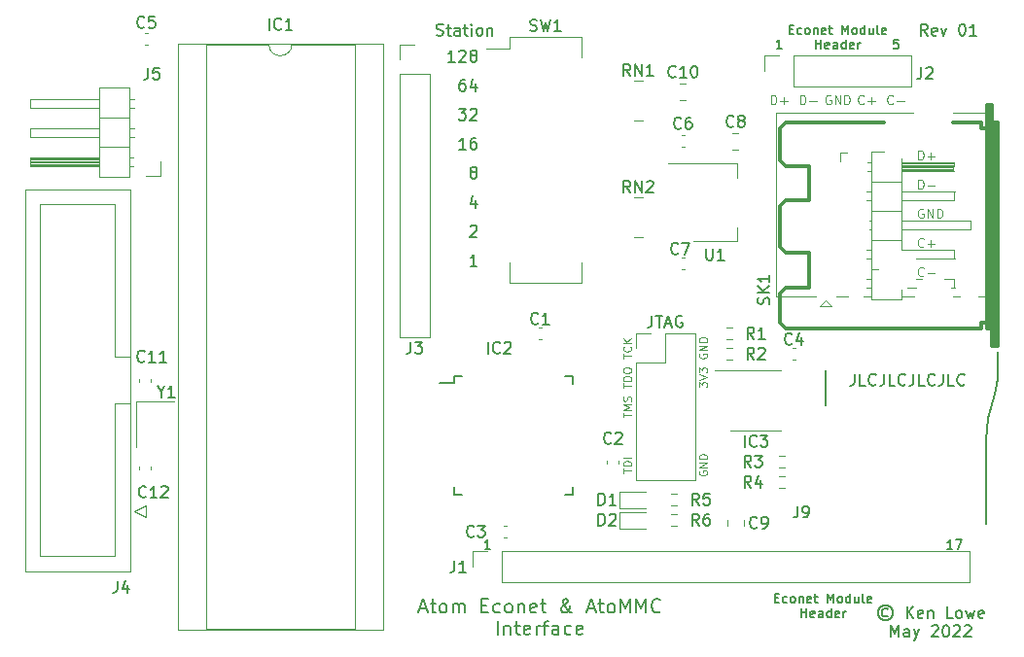
<source format=gbr>
G04 #@! TF.GenerationSoftware,KiCad,Pcbnew,(6.0.5)*
G04 #@! TF.CreationDate,2022-05-29T11:52:24+01:00*
G04 #@! TF.ProjectId,Econet_AtoMMC,45636f6e-6574-45f4-9174-6f4d4d432e6b,01*
G04 #@! TF.SameCoordinates,Original*
G04 #@! TF.FileFunction,Legend,Top*
G04 #@! TF.FilePolarity,Positive*
%FSLAX46Y46*%
G04 Gerber Fmt 4.6, Leading zero omitted, Abs format (unit mm)*
G04 Created by KiCad (PCBNEW (6.0.5)) date 2022-05-29 11:52:24*
%MOMM*%
%LPD*%
G01*
G04 APERTURE LIST*
%ADD10C,0.100000*%
%ADD11C,0.150000*%
%ADD12C,0.200000*%
%ADD13C,0.120000*%
%ADD14C,0.304800*%
%ADD15C,0.127000*%
G04 APERTURE END LIST*
D10*
X148721000Y-96208333D02*
X148687666Y-96275000D01*
X148687666Y-96375000D01*
X148721000Y-96475000D01*
X148787666Y-96541666D01*
X148854333Y-96575000D01*
X148987666Y-96608333D01*
X149087666Y-96608333D01*
X149221000Y-96575000D01*
X149287666Y-96541666D01*
X149354333Y-96475000D01*
X149387666Y-96375000D01*
X149387666Y-96308333D01*
X149354333Y-96208333D01*
X149321000Y-96175000D01*
X149087666Y-96175000D01*
X149087666Y-96308333D01*
X149387666Y-95875000D02*
X148687666Y-95875000D01*
X149387666Y-95475000D01*
X148687666Y-95475000D01*
X149387666Y-95141666D02*
X148687666Y-95141666D01*
X148687666Y-94975000D01*
X148721000Y-94875000D01*
X148787666Y-94808333D01*
X148854333Y-94775000D01*
X148987666Y-94741666D01*
X149087666Y-94741666D01*
X149221000Y-94775000D01*
X149287666Y-94808333D01*
X149354333Y-94875000D01*
X149387666Y-94975000D01*
X149387666Y-95141666D01*
X148687666Y-88921666D02*
X148687666Y-88488333D01*
X148954333Y-88721666D01*
X148954333Y-88621666D01*
X148987666Y-88555000D01*
X149021000Y-88521666D01*
X149087666Y-88488333D01*
X149254333Y-88488333D01*
X149321000Y-88521666D01*
X149354333Y-88555000D01*
X149387666Y-88621666D01*
X149387666Y-88821666D01*
X149354333Y-88888333D01*
X149321000Y-88921666D01*
X148687666Y-88288333D02*
X149387666Y-88055000D01*
X148687666Y-87821666D01*
X148687666Y-87655000D02*
X148687666Y-87221666D01*
X148954333Y-87455000D01*
X148954333Y-87355000D01*
X148987666Y-87288333D01*
X149021000Y-87255000D01*
X149087666Y-87221666D01*
X149254333Y-87221666D01*
X149321000Y-87255000D01*
X149354333Y-87288333D01*
X149387666Y-87355000D01*
X149387666Y-87555000D01*
X149354333Y-87621666D01*
X149321000Y-87655000D01*
X148721000Y-86018333D02*
X148687666Y-86085000D01*
X148687666Y-86185000D01*
X148721000Y-86285000D01*
X148787666Y-86351666D01*
X148854333Y-86385000D01*
X148987666Y-86418333D01*
X149087666Y-86418333D01*
X149221000Y-86385000D01*
X149287666Y-86351666D01*
X149354333Y-86285000D01*
X149387666Y-86185000D01*
X149387666Y-86118333D01*
X149354333Y-86018333D01*
X149321000Y-85985000D01*
X149087666Y-85985000D01*
X149087666Y-86118333D01*
X149387666Y-85685000D02*
X148687666Y-85685000D01*
X149387666Y-85285000D01*
X148687666Y-85285000D01*
X149387666Y-84951666D02*
X148687666Y-84951666D01*
X148687666Y-84785000D01*
X148721000Y-84685000D01*
X148787666Y-84618333D01*
X148854333Y-84585000D01*
X148987666Y-84551666D01*
X149087666Y-84551666D01*
X149221000Y-84585000D01*
X149287666Y-84618333D01*
X149354333Y-84685000D01*
X149387666Y-84785000D01*
X149387666Y-84951666D01*
X142083666Y-96391666D02*
X142083666Y-95991666D01*
X142783666Y-96191666D02*
X142083666Y-96191666D01*
X142783666Y-95758333D02*
X142083666Y-95758333D01*
X142083666Y-95591666D01*
X142117000Y-95491666D01*
X142183666Y-95425000D01*
X142250333Y-95391666D01*
X142383666Y-95358333D01*
X142483666Y-95358333D01*
X142617000Y-95391666D01*
X142683666Y-95425000D01*
X142750333Y-95491666D01*
X142783666Y-95591666D01*
X142783666Y-95758333D01*
X142783666Y-95058333D02*
X142083666Y-95058333D01*
X142083666Y-91528333D02*
X142083666Y-91128333D01*
X142783666Y-91328333D02*
X142083666Y-91328333D01*
X142783666Y-90895000D02*
X142083666Y-90895000D01*
X142583666Y-90661666D01*
X142083666Y-90428333D01*
X142783666Y-90428333D01*
X142750333Y-90128333D02*
X142783666Y-90028333D01*
X142783666Y-89861666D01*
X142750333Y-89795000D01*
X142717000Y-89761666D01*
X142650333Y-89728333D01*
X142583666Y-89728333D01*
X142517000Y-89761666D01*
X142483666Y-89795000D01*
X142450333Y-89861666D01*
X142417000Y-89995000D01*
X142383666Y-90061666D01*
X142350333Y-90095000D01*
X142283666Y-90128333D01*
X142217000Y-90128333D01*
X142150333Y-90095000D01*
X142117000Y-90061666D01*
X142083666Y-89995000D01*
X142083666Y-89828333D01*
X142117000Y-89728333D01*
X142083666Y-88971666D02*
X142083666Y-88571666D01*
X142783666Y-88771666D02*
X142083666Y-88771666D01*
X142783666Y-88338333D02*
X142083666Y-88338333D01*
X142083666Y-88171666D01*
X142117000Y-88071666D01*
X142183666Y-88005000D01*
X142250333Y-87971666D01*
X142383666Y-87938333D01*
X142483666Y-87938333D01*
X142617000Y-87971666D01*
X142683666Y-88005000D01*
X142750333Y-88071666D01*
X142783666Y-88171666D01*
X142783666Y-88338333D01*
X142083666Y-87505000D02*
X142083666Y-87371666D01*
X142117000Y-87305000D01*
X142183666Y-87238333D01*
X142317000Y-87205000D01*
X142550333Y-87205000D01*
X142683666Y-87238333D01*
X142750333Y-87305000D01*
X142783666Y-87371666D01*
X142783666Y-87505000D01*
X142750333Y-87571666D01*
X142683666Y-87638333D01*
X142550333Y-87671666D01*
X142317000Y-87671666D01*
X142183666Y-87638333D01*
X142117000Y-87571666D01*
X142083666Y-87505000D01*
X142083666Y-86415000D02*
X142083666Y-86015000D01*
X142783666Y-86215000D02*
X142083666Y-86215000D01*
X142717000Y-85381666D02*
X142750333Y-85415000D01*
X142783666Y-85515000D01*
X142783666Y-85581666D01*
X142750333Y-85681666D01*
X142683666Y-85748333D01*
X142617000Y-85781666D01*
X142483666Y-85815000D01*
X142383666Y-85815000D01*
X142250333Y-85781666D01*
X142183666Y-85748333D01*
X142117000Y-85681666D01*
X142083666Y-85581666D01*
X142083666Y-85515000D01*
X142117000Y-85415000D01*
X142150333Y-85381666D01*
X142783666Y-85081666D02*
X142083666Y-85081666D01*
X142783666Y-84681666D02*
X142383666Y-84981666D01*
X142083666Y-84681666D02*
X142483666Y-85081666D01*
D11*
X170762619Y-103011904D02*
X170305476Y-103011904D01*
X170534047Y-103011904D02*
X170534047Y-102211904D01*
X170457857Y-102326190D01*
X170381666Y-102402380D01*
X170305476Y-102440476D01*
X171029285Y-102211904D02*
X171562619Y-102211904D01*
X171219761Y-103011904D01*
X166025476Y-58626904D02*
X165644523Y-58626904D01*
X165606428Y-59007857D01*
X165644523Y-58969761D01*
X165720714Y-58931666D01*
X165911190Y-58931666D01*
X165987380Y-58969761D01*
X166025476Y-59007857D01*
X166063571Y-59084047D01*
X166063571Y-59274523D01*
X166025476Y-59350714D01*
X165987380Y-59388809D01*
X165911190Y-59426904D01*
X165720714Y-59426904D01*
X165644523Y-59388809D01*
X165606428Y-59350714D01*
X155903571Y-59426904D02*
X155446428Y-59426904D01*
X155675000Y-59426904D02*
X155675000Y-58626904D01*
X155598809Y-58741190D01*
X155522619Y-58817380D01*
X155446428Y-58855476D01*
X156545476Y-57728857D02*
X156812142Y-57728857D01*
X156926428Y-58147904D02*
X156545476Y-58147904D01*
X156545476Y-57347904D01*
X156926428Y-57347904D01*
X157612142Y-58109809D02*
X157535952Y-58147904D01*
X157383571Y-58147904D01*
X157307380Y-58109809D01*
X157269285Y-58071714D01*
X157231190Y-57995523D01*
X157231190Y-57766952D01*
X157269285Y-57690761D01*
X157307380Y-57652666D01*
X157383571Y-57614571D01*
X157535952Y-57614571D01*
X157612142Y-57652666D01*
X158069285Y-58147904D02*
X157993095Y-58109809D01*
X157955000Y-58071714D01*
X157916904Y-57995523D01*
X157916904Y-57766952D01*
X157955000Y-57690761D01*
X157993095Y-57652666D01*
X158069285Y-57614571D01*
X158183571Y-57614571D01*
X158259761Y-57652666D01*
X158297857Y-57690761D01*
X158335952Y-57766952D01*
X158335952Y-57995523D01*
X158297857Y-58071714D01*
X158259761Y-58109809D01*
X158183571Y-58147904D01*
X158069285Y-58147904D01*
X158678809Y-57614571D02*
X158678809Y-58147904D01*
X158678809Y-57690761D02*
X158716904Y-57652666D01*
X158793095Y-57614571D01*
X158907380Y-57614571D01*
X158983571Y-57652666D01*
X159021666Y-57728857D01*
X159021666Y-58147904D01*
X159707380Y-58109809D02*
X159631190Y-58147904D01*
X159478809Y-58147904D01*
X159402619Y-58109809D01*
X159364523Y-58033619D01*
X159364523Y-57728857D01*
X159402619Y-57652666D01*
X159478809Y-57614571D01*
X159631190Y-57614571D01*
X159707380Y-57652666D01*
X159745476Y-57728857D01*
X159745476Y-57805047D01*
X159364523Y-57881238D01*
X159974047Y-57614571D02*
X160278809Y-57614571D01*
X160088333Y-57347904D02*
X160088333Y-58033619D01*
X160126428Y-58109809D01*
X160202619Y-58147904D01*
X160278809Y-58147904D01*
X161155000Y-58147904D02*
X161155000Y-57347904D01*
X161421666Y-57919333D01*
X161688333Y-57347904D01*
X161688333Y-58147904D01*
X162183571Y-58147904D02*
X162107380Y-58109809D01*
X162069285Y-58071714D01*
X162031190Y-57995523D01*
X162031190Y-57766952D01*
X162069285Y-57690761D01*
X162107380Y-57652666D01*
X162183571Y-57614571D01*
X162297857Y-57614571D01*
X162374047Y-57652666D01*
X162412142Y-57690761D01*
X162450238Y-57766952D01*
X162450238Y-57995523D01*
X162412142Y-58071714D01*
X162374047Y-58109809D01*
X162297857Y-58147904D01*
X162183571Y-58147904D01*
X163135952Y-58147904D02*
X163135952Y-57347904D01*
X163135952Y-58109809D02*
X163059761Y-58147904D01*
X162907380Y-58147904D01*
X162831190Y-58109809D01*
X162793095Y-58071714D01*
X162755000Y-57995523D01*
X162755000Y-57766952D01*
X162793095Y-57690761D01*
X162831190Y-57652666D01*
X162907380Y-57614571D01*
X163059761Y-57614571D01*
X163135952Y-57652666D01*
X163859761Y-57614571D02*
X163859761Y-58147904D01*
X163516904Y-57614571D02*
X163516904Y-58033619D01*
X163555000Y-58109809D01*
X163631190Y-58147904D01*
X163745476Y-58147904D01*
X163821666Y-58109809D01*
X163859761Y-58071714D01*
X164355000Y-58147904D02*
X164278809Y-58109809D01*
X164240714Y-58033619D01*
X164240714Y-57347904D01*
X164964523Y-58109809D02*
X164888333Y-58147904D01*
X164735952Y-58147904D01*
X164659761Y-58109809D01*
X164621666Y-58033619D01*
X164621666Y-57728857D01*
X164659761Y-57652666D01*
X164735952Y-57614571D01*
X164888333Y-57614571D01*
X164964523Y-57652666D01*
X165002619Y-57728857D01*
X165002619Y-57805047D01*
X164621666Y-57881238D01*
X158869285Y-59435904D02*
X158869285Y-58635904D01*
X158869285Y-59016857D02*
X159326428Y-59016857D01*
X159326428Y-59435904D02*
X159326428Y-58635904D01*
X160012142Y-59397809D02*
X159935952Y-59435904D01*
X159783571Y-59435904D01*
X159707380Y-59397809D01*
X159669285Y-59321619D01*
X159669285Y-59016857D01*
X159707380Y-58940666D01*
X159783571Y-58902571D01*
X159935952Y-58902571D01*
X160012142Y-58940666D01*
X160050238Y-59016857D01*
X160050238Y-59093047D01*
X159669285Y-59169238D01*
X160735952Y-59435904D02*
X160735952Y-59016857D01*
X160697857Y-58940666D01*
X160621666Y-58902571D01*
X160469285Y-58902571D01*
X160393095Y-58940666D01*
X160735952Y-59397809D02*
X160659761Y-59435904D01*
X160469285Y-59435904D01*
X160393095Y-59397809D01*
X160355000Y-59321619D01*
X160355000Y-59245428D01*
X160393095Y-59169238D01*
X160469285Y-59131142D01*
X160659761Y-59131142D01*
X160735952Y-59093047D01*
X161459761Y-59435904D02*
X161459761Y-58635904D01*
X161459761Y-59397809D02*
X161383571Y-59435904D01*
X161231190Y-59435904D01*
X161155000Y-59397809D01*
X161116904Y-59359714D01*
X161078809Y-59283523D01*
X161078809Y-59054952D01*
X161116904Y-58978761D01*
X161155000Y-58940666D01*
X161231190Y-58902571D01*
X161383571Y-58902571D01*
X161459761Y-58940666D01*
X162145476Y-59397809D02*
X162069285Y-59435904D01*
X161916904Y-59435904D01*
X161840714Y-59397809D01*
X161802619Y-59321619D01*
X161802619Y-59016857D01*
X161840714Y-58940666D01*
X161916904Y-58902571D01*
X162069285Y-58902571D01*
X162145476Y-58940666D01*
X162183571Y-59016857D01*
X162183571Y-59093047D01*
X161802619Y-59169238D01*
X162526428Y-59435904D02*
X162526428Y-58902571D01*
X162526428Y-59054952D02*
X162564523Y-58978761D01*
X162602619Y-58940666D01*
X162678809Y-58902571D01*
X162755000Y-58902571D01*
X155275476Y-107258857D02*
X155542142Y-107258857D01*
X155656428Y-107677904D02*
X155275476Y-107677904D01*
X155275476Y-106877904D01*
X155656428Y-106877904D01*
X156342142Y-107639809D02*
X156265952Y-107677904D01*
X156113571Y-107677904D01*
X156037380Y-107639809D01*
X155999285Y-107601714D01*
X155961190Y-107525523D01*
X155961190Y-107296952D01*
X155999285Y-107220761D01*
X156037380Y-107182666D01*
X156113571Y-107144571D01*
X156265952Y-107144571D01*
X156342142Y-107182666D01*
X156799285Y-107677904D02*
X156723095Y-107639809D01*
X156685000Y-107601714D01*
X156646904Y-107525523D01*
X156646904Y-107296952D01*
X156685000Y-107220761D01*
X156723095Y-107182666D01*
X156799285Y-107144571D01*
X156913571Y-107144571D01*
X156989761Y-107182666D01*
X157027857Y-107220761D01*
X157065952Y-107296952D01*
X157065952Y-107525523D01*
X157027857Y-107601714D01*
X156989761Y-107639809D01*
X156913571Y-107677904D01*
X156799285Y-107677904D01*
X157408809Y-107144571D02*
X157408809Y-107677904D01*
X157408809Y-107220761D02*
X157446904Y-107182666D01*
X157523095Y-107144571D01*
X157637380Y-107144571D01*
X157713571Y-107182666D01*
X157751666Y-107258857D01*
X157751666Y-107677904D01*
X158437380Y-107639809D02*
X158361190Y-107677904D01*
X158208809Y-107677904D01*
X158132619Y-107639809D01*
X158094523Y-107563619D01*
X158094523Y-107258857D01*
X158132619Y-107182666D01*
X158208809Y-107144571D01*
X158361190Y-107144571D01*
X158437380Y-107182666D01*
X158475476Y-107258857D01*
X158475476Y-107335047D01*
X158094523Y-107411238D01*
X158704047Y-107144571D02*
X159008809Y-107144571D01*
X158818333Y-106877904D02*
X158818333Y-107563619D01*
X158856428Y-107639809D01*
X158932619Y-107677904D01*
X159008809Y-107677904D01*
X159885000Y-107677904D02*
X159885000Y-106877904D01*
X160151666Y-107449333D01*
X160418333Y-106877904D01*
X160418333Y-107677904D01*
X160913571Y-107677904D02*
X160837380Y-107639809D01*
X160799285Y-107601714D01*
X160761190Y-107525523D01*
X160761190Y-107296952D01*
X160799285Y-107220761D01*
X160837380Y-107182666D01*
X160913571Y-107144571D01*
X161027857Y-107144571D01*
X161104047Y-107182666D01*
X161142142Y-107220761D01*
X161180238Y-107296952D01*
X161180238Y-107525523D01*
X161142142Y-107601714D01*
X161104047Y-107639809D01*
X161027857Y-107677904D01*
X160913571Y-107677904D01*
X161865952Y-107677904D02*
X161865952Y-106877904D01*
X161865952Y-107639809D02*
X161789761Y-107677904D01*
X161637380Y-107677904D01*
X161561190Y-107639809D01*
X161523095Y-107601714D01*
X161485000Y-107525523D01*
X161485000Y-107296952D01*
X161523095Y-107220761D01*
X161561190Y-107182666D01*
X161637380Y-107144571D01*
X161789761Y-107144571D01*
X161865952Y-107182666D01*
X162589761Y-107144571D02*
X162589761Y-107677904D01*
X162246904Y-107144571D02*
X162246904Y-107563619D01*
X162285000Y-107639809D01*
X162361190Y-107677904D01*
X162475476Y-107677904D01*
X162551666Y-107639809D01*
X162589761Y-107601714D01*
X163085000Y-107677904D02*
X163008809Y-107639809D01*
X162970714Y-107563619D01*
X162970714Y-106877904D01*
X163694523Y-107639809D02*
X163618333Y-107677904D01*
X163465952Y-107677904D01*
X163389761Y-107639809D01*
X163351666Y-107563619D01*
X163351666Y-107258857D01*
X163389761Y-107182666D01*
X163465952Y-107144571D01*
X163618333Y-107144571D01*
X163694523Y-107182666D01*
X163732619Y-107258857D01*
X163732619Y-107335047D01*
X163351666Y-107411238D01*
X157599285Y-108965904D02*
X157599285Y-108165904D01*
X157599285Y-108546857D02*
X158056428Y-108546857D01*
X158056428Y-108965904D02*
X158056428Y-108165904D01*
X158742142Y-108927809D02*
X158665952Y-108965904D01*
X158513571Y-108965904D01*
X158437380Y-108927809D01*
X158399285Y-108851619D01*
X158399285Y-108546857D01*
X158437380Y-108470666D01*
X158513571Y-108432571D01*
X158665952Y-108432571D01*
X158742142Y-108470666D01*
X158780238Y-108546857D01*
X158780238Y-108623047D01*
X158399285Y-108699238D01*
X159465952Y-108965904D02*
X159465952Y-108546857D01*
X159427857Y-108470666D01*
X159351666Y-108432571D01*
X159199285Y-108432571D01*
X159123095Y-108470666D01*
X159465952Y-108927809D02*
X159389761Y-108965904D01*
X159199285Y-108965904D01*
X159123095Y-108927809D01*
X159085000Y-108851619D01*
X159085000Y-108775428D01*
X159123095Y-108699238D01*
X159199285Y-108661142D01*
X159389761Y-108661142D01*
X159465952Y-108623047D01*
X160189761Y-108965904D02*
X160189761Y-108165904D01*
X160189761Y-108927809D02*
X160113571Y-108965904D01*
X159961190Y-108965904D01*
X159885000Y-108927809D01*
X159846904Y-108889714D01*
X159808809Y-108813523D01*
X159808809Y-108584952D01*
X159846904Y-108508761D01*
X159885000Y-108470666D01*
X159961190Y-108432571D01*
X160113571Y-108432571D01*
X160189761Y-108470666D01*
X160875476Y-108927809D02*
X160799285Y-108965904D01*
X160646904Y-108965904D01*
X160570714Y-108927809D01*
X160532619Y-108851619D01*
X160532619Y-108546857D01*
X160570714Y-108470666D01*
X160646904Y-108432571D01*
X160799285Y-108432571D01*
X160875476Y-108470666D01*
X160913571Y-108546857D01*
X160913571Y-108623047D01*
X160532619Y-108699238D01*
X161256428Y-108965904D02*
X161256428Y-108432571D01*
X161256428Y-108584952D02*
X161294523Y-108508761D01*
X161332619Y-108470666D01*
X161408809Y-108432571D01*
X161485000Y-108432571D01*
X168573666Y-58281380D02*
X168240333Y-57805190D01*
X168002238Y-58281380D02*
X168002238Y-57281380D01*
X168383190Y-57281380D01*
X168478428Y-57329000D01*
X168526047Y-57376619D01*
X168573666Y-57471857D01*
X168573666Y-57614714D01*
X168526047Y-57709952D01*
X168478428Y-57757571D01*
X168383190Y-57805190D01*
X168002238Y-57805190D01*
X169383190Y-58233761D02*
X169287952Y-58281380D01*
X169097476Y-58281380D01*
X169002238Y-58233761D01*
X168954619Y-58138523D01*
X168954619Y-57757571D01*
X169002238Y-57662333D01*
X169097476Y-57614714D01*
X169287952Y-57614714D01*
X169383190Y-57662333D01*
X169430809Y-57757571D01*
X169430809Y-57852809D01*
X168954619Y-57948047D01*
X169764142Y-57614714D02*
X170002238Y-58281380D01*
X170240333Y-57614714D01*
X171573666Y-57281380D02*
X171668904Y-57281380D01*
X171764142Y-57329000D01*
X171811761Y-57376619D01*
X171859380Y-57471857D01*
X171907000Y-57662333D01*
X171907000Y-57900428D01*
X171859380Y-58090904D01*
X171811761Y-58186142D01*
X171764142Y-58233761D01*
X171668904Y-58281380D01*
X171573666Y-58281380D01*
X171478428Y-58233761D01*
X171430809Y-58186142D01*
X171383190Y-58090904D01*
X171335571Y-57900428D01*
X171335571Y-57662333D01*
X171383190Y-57471857D01*
X171430809Y-57376619D01*
X171478428Y-57329000D01*
X171573666Y-57281380D01*
X172859380Y-58281380D02*
X172287952Y-58281380D01*
X172573666Y-58281380D02*
X172573666Y-57281380D01*
X172478428Y-57424238D01*
X172383190Y-57519476D01*
X172287952Y-57567095D01*
X128771095Y-74902619D02*
X128818714Y-74855000D01*
X128913952Y-74807380D01*
X129152047Y-74807380D01*
X129247285Y-74855000D01*
X129294904Y-74902619D01*
X129342523Y-74997857D01*
X129342523Y-75093095D01*
X129294904Y-75235952D01*
X128723476Y-75807380D01*
X129342523Y-75807380D01*
X125844261Y-58233761D02*
X125987119Y-58281380D01*
X126225214Y-58281380D01*
X126320452Y-58233761D01*
X126368071Y-58186142D01*
X126415690Y-58090904D01*
X126415690Y-57995666D01*
X126368071Y-57900428D01*
X126320452Y-57852809D01*
X126225214Y-57805190D01*
X126034738Y-57757571D01*
X125939500Y-57709952D01*
X125891880Y-57662333D01*
X125844261Y-57567095D01*
X125844261Y-57471857D01*
X125891880Y-57376619D01*
X125939500Y-57329000D01*
X126034738Y-57281380D01*
X126272833Y-57281380D01*
X126415690Y-57329000D01*
X126701404Y-57614714D02*
X127082357Y-57614714D01*
X126844261Y-57281380D02*
X126844261Y-58138523D01*
X126891880Y-58233761D01*
X126987119Y-58281380D01*
X127082357Y-58281380D01*
X127844261Y-58281380D02*
X127844261Y-57757571D01*
X127796642Y-57662333D01*
X127701404Y-57614714D01*
X127510928Y-57614714D01*
X127415690Y-57662333D01*
X127844261Y-58233761D02*
X127749023Y-58281380D01*
X127510928Y-58281380D01*
X127415690Y-58233761D01*
X127368071Y-58138523D01*
X127368071Y-58043285D01*
X127415690Y-57948047D01*
X127510928Y-57900428D01*
X127749023Y-57900428D01*
X127844261Y-57852809D01*
X128177595Y-57614714D02*
X128558547Y-57614714D01*
X128320452Y-57281380D02*
X128320452Y-58138523D01*
X128368071Y-58233761D01*
X128463309Y-58281380D01*
X128558547Y-58281380D01*
X128891880Y-58281380D02*
X128891880Y-57614714D01*
X128891880Y-57281380D02*
X128844261Y-57329000D01*
X128891880Y-57376619D01*
X128939500Y-57329000D01*
X128891880Y-57281380D01*
X128891880Y-57376619D01*
X129510928Y-58281380D02*
X129415690Y-58233761D01*
X129368071Y-58186142D01*
X129320452Y-58090904D01*
X129320452Y-57805190D01*
X129368071Y-57709952D01*
X129415690Y-57662333D01*
X129510928Y-57614714D01*
X129653785Y-57614714D01*
X129749023Y-57662333D01*
X129796642Y-57709952D01*
X129844261Y-57805190D01*
X129844261Y-58090904D01*
X129796642Y-58186142D01*
X129749023Y-58233761D01*
X129653785Y-58281380D01*
X129510928Y-58281380D01*
X130272833Y-57614714D02*
X130272833Y-58281380D01*
X130272833Y-57709952D02*
X130320452Y-57662333D01*
X130415690Y-57614714D01*
X130558547Y-57614714D01*
X130653785Y-57662333D01*
X130701404Y-57757571D01*
X130701404Y-58281380D01*
X128961571Y-70155952D02*
X128866333Y-70108333D01*
X128818714Y-70060714D01*
X128771095Y-69965476D01*
X128771095Y-69917857D01*
X128818714Y-69822619D01*
X128866333Y-69775000D01*
X128961571Y-69727380D01*
X129152047Y-69727380D01*
X129247285Y-69775000D01*
X129294904Y-69822619D01*
X129342523Y-69917857D01*
X129342523Y-69965476D01*
X129294904Y-70060714D01*
X129247285Y-70108333D01*
X129152047Y-70155952D01*
X128961571Y-70155952D01*
X128866333Y-70203571D01*
X128818714Y-70251190D01*
X128771095Y-70346428D01*
X128771095Y-70536904D01*
X128818714Y-70632142D01*
X128866333Y-70679761D01*
X128961571Y-70727380D01*
X129152047Y-70727380D01*
X129247285Y-70679761D01*
X129294904Y-70632142D01*
X129342523Y-70536904D01*
X129342523Y-70346428D01*
X129294904Y-70251190D01*
X129247285Y-70203571D01*
X129152047Y-70155952D01*
X129247285Y-72600714D02*
X129247285Y-73267380D01*
X129009190Y-72219761D02*
X128771095Y-72934047D01*
X129390142Y-72934047D01*
X128390142Y-68187380D02*
X127818714Y-68187380D01*
X128104428Y-68187380D02*
X128104428Y-67187380D01*
X128009190Y-67330238D01*
X127913952Y-67425476D01*
X127818714Y-67473095D01*
X129247285Y-67187380D02*
X129056809Y-67187380D01*
X128961571Y-67235000D01*
X128913952Y-67282619D01*
X128818714Y-67425476D01*
X128771095Y-67615952D01*
X128771095Y-67996904D01*
X128818714Y-68092142D01*
X128866333Y-68139761D01*
X128961571Y-68187380D01*
X129152047Y-68187380D01*
X129247285Y-68139761D01*
X129294904Y-68092142D01*
X129342523Y-67996904D01*
X129342523Y-67758809D01*
X129294904Y-67663571D01*
X129247285Y-67615952D01*
X129152047Y-67568333D01*
X128961571Y-67568333D01*
X128866333Y-67615952D01*
X128818714Y-67663571D01*
X128771095Y-67758809D01*
X127771095Y-64647380D02*
X128390142Y-64647380D01*
X128056809Y-65028333D01*
X128199666Y-65028333D01*
X128294904Y-65075952D01*
X128342523Y-65123571D01*
X128390142Y-65218809D01*
X128390142Y-65456904D01*
X128342523Y-65552142D01*
X128294904Y-65599761D01*
X128199666Y-65647380D01*
X127913952Y-65647380D01*
X127818714Y-65599761D01*
X127771095Y-65552142D01*
X128771095Y-64742619D02*
X128818714Y-64695000D01*
X128913952Y-64647380D01*
X129152047Y-64647380D01*
X129247285Y-64695000D01*
X129294904Y-64742619D01*
X129342523Y-64837857D01*
X129342523Y-64933095D01*
X129294904Y-65075952D01*
X128723476Y-65647380D01*
X129342523Y-65647380D01*
X128294904Y-62107380D02*
X128104428Y-62107380D01*
X128009190Y-62155000D01*
X127961571Y-62202619D01*
X127866333Y-62345476D01*
X127818714Y-62535952D01*
X127818714Y-62916904D01*
X127866333Y-63012142D01*
X127913952Y-63059761D01*
X128009190Y-63107380D01*
X128199666Y-63107380D01*
X128294904Y-63059761D01*
X128342523Y-63012142D01*
X128390142Y-62916904D01*
X128390142Y-62678809D01*
X128342523Y-62583571D01*
X128294904Y-62535952D01*
X128199666Y-62488333D01*
X128009190Y-62488333D01*
X127913952Y-62535952D01*
X127866333Y-62583571D01*
X127818714Y-62678809D01*
X129247285Y-62440714D02*
X129247285Y-63107380D01*
X129009190Y-62059761D02*
X128771095Y-62774047D01*
X129390142Y-62774047D01*
X129342523Y-78347380D02*
X128771095Y-78347380D01*
X129056809Y-78347380D02*
X129056809Y-77347380D01*
X128961571Y-77490238D01*
X128866333Y-77585476D01*
X128771095Y-77633095D01*
D10*
X167777576Y-71632124D02*
X167777576Y-70832124D01*
X167968052Y-70832124D01*
X168082338Y-70870220D01*
X168158528Y-70946410D01*
X168196623Y-71022600D01*
X168234719Y-71174981D01*
X168234719Y-71289267D01*
X168196623Y-71441648D01*
X168158528Y-71517839D01*
X168082338Y-71594029D01*
X167968052Y-71632124D01*
X167777576Y-71632124D01*
X168577576Y-71327362D02*
X169187100Y-71327362D01*
X163047380Y-64200714D02*
X163009285Y-64238809D01*
X162895000Y-64276904D01*
X162818809Y-64276904D01*
X162704523Y-64238809D01*
X162628333Y-64162619D01*
X162590238Y-64086428D01*
X162552142Y-63934047D01*
X162552142Y-63819761D01*
X162590238Y-63667380D01*
X162628333Y-63591190D01*
X162704523Y-63515000D01*
X162818809Y-63476904D01*
X162895000Y-63476904D01*
X163009285Y-63515000D01*
X163047380Y-63553095D01*
X163390238Y-63972142D02*
X163999761Y-63972142D01*
X163695000Y-64276904D02*
X163695000Y-63667380D01*
D11*
X162231952Y-87761380D02*
X162231952Y-88475666D01*
X162184333Y-88618523D01*
X162089095Y-88713761D01*
X161946238Y-88761380D01*
X161851000Y-88761380D01*
X163184333Y-88761380D02*
X162708142Y-88761380D01*
X162708142Y-87761380D01*
X164089095Y-88666142D02*
X164041476Y-88713761D01*
X163898619Y-88761380D01*
X163803380Y-88761380D01*
X163660523Y-88713761D01*
X163565285Y-88618523D01*
X163517666Y-88523285D01*
X163470047Y-88332809D01*
X163470047Y-88189952D01*
X163517666Y-87999476D01*
X163565285Y-87904238D01*
X163660523Y-87809000D01*
X163803380Y-87761380D01*
X163898619Y-87761380D01*
X164041476Y-87809000D01*
X164089095Y-87856619D01*
X164803380Y-87761380D02*
X164803380Y-88475666D01*
X164755761Y-88618523D01*
X164660523Y-88713761D01*
X164517666Y-88761380D01*
X164422428Y-88761380D01*
X165755761Y-88761380D02*
X165279571Y-88761380D01*
X165279571Y-87761380D01*
X166660523Y-88666142D02*
X166612904Y-88713761D01*
X166470047Y-88761380D01*
X166374809Y-88761380D01*
X166231952Y-88713761D01*
X166136714Y-88618523D01*
X166089095Y-88523285D01*
X166041476Y-88332809D01*
X166041476Y-88189952D01*
X166089095Y-87999476D01*
X166136714Y-87904238D01*
X166231952Y-87809000D01*
X166374809Y-87761380D01*
X166470047Y-87761380D01*
X166612904Y-87809000D01*
X166660523Y-87856619D01*
X167374809Y-87761380D02*
X167374809Y-88475666D01*
X167327190Y-88618523D01*
X167231952Y-88713761D01*
X167089095Y-88761380D01*
X166993857Y-88761380D01*
X168327190Y-88761380D02*
X167851000Y-88761380D01*
X167851000Y-87761380D01*
X169231952Y-88666142D02*
X169184333Y-88713761D01*
X169041476Y-88761380D01*
X168946238Y-88761380D01*
X168803380Y-88713761D01*
X168708142Y-88618523D01*
X168660523Y-88523285D01*
X168612904Y-88332809D01*
X168612904Y-88189952D01*
X168660523Y-87999476D01*
X168708142Y-87904238D01*
X168803380Y-87809000D01*
X168946238Y-87761380D01*
X169041476Y-87761380D01*
X169184333Y-87809000D01*
X169231952Y-87856619D01*
X169946238Y-87761380D02*
X169946238Y-88475666D01*
X169898619Y-88618523D01*
X169803380Y-88713761D01*
X169660523Y-88761380D01*
X169565285Y-88761380D01*
X170898619Y-88761380D02*
X170422428Y-88761380D01*
X170422428Y-87761380D01*
X171803380Y-88666142D02*
X171755761Y-88713761D01*
X171612904Y-88761380D01*
X171517666Y-88761380D01*
X171374809Y-88713761D01*
X171279571Y-88618523D01*
X171231952Y-88523285D01*
X171184333Y-88332809D01*
X171184333Y-88189952D01*
X171231952Y-87999476D01*
X171279571Y-87904238D01*
X171374809Y-87809000D01*
X171517666Y-87761380D01*
X171612904Y-87761380D01*
X171755761Y-87809000D01*
X171803380Y-87856619D01*
X130503571Y-103011904D02*
X130046428Y-103011904D01*
X130275000Y-103011904D02*
X130275000Y-102211904D01*
X130198809Y-102326190D01*
X130122619Y-102402380D01*
X130046428Y-102440476D01*
D10*
X168234719Y-76635934D02*
X168196623Y-76674029D01*
X168082338Y-76712124D01*
X168006147Y-76712124D01*
X167891861Y-76674029D01*
X167815671Y-76597839D01*
X167777576Y-76521648D01*
X167739480Y-76369267D01*
X167739480Y-76254981D01*
X167777576Y-76102600D01*
X167815671Y-76026410D01*
X167891861Y-75950220D01*
X168006147Y-75912124D01*
X168082338Y-75912124D01*
X168196623Y-75950220D01*
X168234719Y-75988315D01*
X168577576Y-76407362D02*
X169187100Y-76407362D01*
X168882338Y-76712124D02*
X168882338Y-76102600D01*
X160145476Y-63515000D02*
X160069285Y-63476904D01*
X159955000Y-63476904D01*
X159840714Y-63515000D01*
X159764523Y-63591190D01*
X159726428Y-63667380D01*
X159688333Y-63819761D01*
X159688333Y-63934047D01*
X159726428Y-64086428D01*
X159764523Y-64162619D01*
X159840714Y-64238809D01*
X159955000Y-64276904D01*
X160031190Y-64276904D01*
X160145476Y-64238809D01*
X160183571Y-64200714D01*
X160183571Y-63934047D01*
X160031190Y-63934047D01*
X160526428Y-64276904D02*
X160526428Y-63476904D01*
X160983571Y-64276904D01*
X160983571Y-63476904D01*
X161364523Y-64276904D02*
X161364523Y-63476904D01*
X161555000Y-63476904D01*
X161669285Y-63515000D01*
X161745476Y-63591190D01*
X161783571Y-63667380D01*
X161821666Y-63819761D01*
X161821666Y-63934047D01*
X161783571Y-64086428D01*
X161745476Y-64162619D01*
X161669285Y-64238809D01*
X161555000Y-64276904D01*
X161364523Y-64276904D01*
X168234719Y-79175934D02*
X168196623Y-79214029D01*
X168082338Y-79252124D01*
X168006147Y-79252124D01*
X167891861Y-79214029D01*
X167815671Y-79137839D01*
X167777576Y-79061648D01*
X167739480Y-78909267D01*
X167739480Y-78794981D01*
X167777576Y-78642600D01*
X167815671Y-78566410D01*
X167891861Y-78490220D01*
X168006147Y-78452124D01*
X168082338Y-78452124D01*
X168196623Y-78490220D01*
X168234719Y-78528315D01*
X168577576Y-78947362D02*
X169187100Y-78947362D01*
D11*
X165121095Y-108276476D02*
X165025857Y-108228857D01*
X164835380Y-108228857D01*
X164740142Y-108276476D01*
X164644904Y-108371714D01*
X164597285Y-108466952D01*
X164597285Y-108657428D01*
X164644904Y-108752666D01*
X164740142Y-108847904D01*
X164835380Y-108895523D01*
X165025857Y-108895523D01*
X165121095Y-108847904D01*
X164930619Y-107895523D02*
X164692523Y-107943142D01*
X164454428Y-108086000D01*
X164311571Y-108324095D01*
X164263952Y-108562190D01*
X164311571Y-108800285D01*
X164454428Y-109038380D01*
X164692523Y-109181238D01*
X164930619Y-109228857D01*
X165168714Y-109181238D01*
X165406809Y-109038380D01*
X165549666Y-108800285D01*
X165597285Y-108562190D01*
X165549666Y-108324095D01*
X165406809Y-108086000D01*
X165168714Y-107943142D01*
X164930619Y-107895523D01*
X166787761Y-109038380D02*
X166787761Y-108038380D01*
X167359190Y-109038380D02*
X166930619Y-108466952D01*
X167359190Y-108038380D02*
X166787761Y-108609809D01*
X168168714Y-108990761D02*
X168073476Y-109038380D01*
X167883000Y-109038380D01*
X167787761Y-108990761D01*
X167740142Y-108895523D01*
X167740142Y-108514571D01*
X167787761Y-108419333D01*
X167883000Y-108371714D01*
X168073476Y-108371714D01*
X168168714Y-108419333D01*
X168216333Y-108514571D01*
X168216333Y-108609809D01*
X167740142Y-108705047D01*
X168644904Y-108371714D02*
X168644904Y-109038380D01*
X168644904Y-108466952D02*
X168692523Y-108419333D01*
X168787761Y-108371714D01*
X168930619Y-108371714D01*
X169025857Y-108419333D01*
X169073476Y-108514571D01*
X169073476Y-109038380D01*
X170787761Y-109038380D02*
X170311571Y-109038380D01*
X170311571Y-108038380D01*
X171263952Y-109038380D02*
X171168714Y-108990761D01*
X171121095Y-108943142D01*
X171073476Y-108847904D01*
X171073476Y-108562190D01*
X171121095Y-108466952D01*
X171168714Y-108419333D01*
X171263952Y-108371714D01*
X171406809Y-108371714D01*
X171502047Y-108419333D01*
X171549666Y-108466952D01*
X171597285Y-108562190D01*
X171597285Y-108847904D01*
X171549666Y-108943142D01*
X171502047Y-108990761D01*
X171406809Y-109038380D01*
X171263952Y-109038380D01*
X171930619Y-108371714D02*
X172121095Y-109038380D01*
X172311571Y-108562190D01*
X172502047Y-109038380D01*
X172692523Y-108371714D01*
X173454428Y-108990761D02*
X173359190Y-109038380D01*
X173168714Y-109038380D01*
X173073476Y-108990761D01*
X173025857Y-108895523D01*
X173025857Y-108514571D01*
X173073476Y-108419333D01*
X173168714Y-108371714D01*
X173359190Y-108371714D01*
X173454428Y-108419333D01*
X173502047Y-108514571D01*
X173502047Y-108609809D01*
X173025857Y-108705047D01*
X165430619Y-110648380D02*
X165430619Y-109648380D01*
X165763952Y-110362666D01*
X166097285Y-109648380D01*
X166097285Y-110648380D01*
X167002047Y-110648380D02*
X167002047Y-110124571D01*
X166954428Y-110029333D01*
X166859190Y-109981714D01*
X166668714Y-109981714D01*
X166573476Y-110029333D01*
X167002047Y-110600761D02*
X166906809Y-110648380D01*
X166668714Y-110648380D01*
X166573476Y-110600761D01*
X166525857Y-110505523D01*
X166525857Y-110410285D01*
X166573476Y-110315047D01*
X166668714Y-110267428D01*
X166906809Y-110267428D01*
X167002047Y-110219809D01*
X167383000Y-109981714D02*
X167621095Y-110648380D01*
X167859190Y-109981714D02*
X167621095Y-110648380D01*
X167525857Y-110886476D01*
X167478238Y-110934095D01*
X167383000Y-110981714D01*
X168954428Y-109743619D02*
X169002047Y-109696000D01*
X169097285Y-109648380D01*
X169335380Y-109648380D01*
X169430619Y-109696000D01*
X169478238Y-109743619D01*
X169525857Y-109838857D01*
X169525857Y-109934095D01*
X169478238Y-110076952D01*
X168906809Y-110648380D01*
X169525857Y-110648380D01*
X170144904Y-109648380D02*
X170240142Y-109648380D01*
X170335380Y-109696000D01*
X170383000Y-109743619D01*
X170430619Y-109838857D01*
X170478238Y-110029333D01*
X170478238Y-110267428D01*
X170430619Y-110457904D01*
X170383000Y-110553142D01*
X170335380Y-110600761D01*
X170240142Y-110648380D01*
X170144904Y-110648380D01*
X170049666Y-110600761D01*
X170002047Y-110553142D01*
X169954428Y-110457904D01*
X169906809Y-110267428D01*
X169906809Y-110029333D01*
X169954428Y-109838857D01*
X170002047Y-109743619D01*
X170049666Y-109696000D01*
X170144904Y-109648380D01*
X170859190Y-109743619D02*
X170906809Y-109696000D01*
X171002047Y-109648380D01*
X171240142Y-109648380D01*
X171335380Y-109696000D01*
X171383000Y-109743619D01*
X171430619Y-109838857D01*
X171430619Y-109934095D01*
X171383000Y-110076952D01*
X170811571Y-110648380D01*
X171430619Y-110648380D01*
X171811571Y-109743619D02*
X171859190Y-109696000D01*
X171954428Y-109648380D01*
X172192523Y-109648380D01*
X172287761Y-109696000D01*
X172335380Y-109743619D01*
X172383000Y-109838857D01*
X172383000Y-109934095D01*
X172335380Y-110076952D01*
X171763952Y-110648380D01*
X172383000Y-110648380D01*
D12*
X124389857Y-108210000D02*
X124961285Y-108210000D01*
X124275571Y-108552857D02*
X124675571Y-107352857D01*
X125075571Y-108552857D01*
X125304142Y-107752857D02*
X125761285Y-107752857D01*
X125475571Y-107352857D02*
X125475571Y-108381428D01*
X125532714Y-108495714D01*
X125647000Y-108552857D01*
X125761285Y-108552857D01*
X126332714Y-108552857D02*
X126218428Y-108495714D01*
X126161285Y-108438571D01*
X126104142Y-108324285D01*
X126104142Y-107981428D01*
X126161285Y-107867142D01*
X126218428Y-107810000D01*
X126332714Y-107752857D01*
X126504142Y-107752857D01*
X126618428Y-107810000D01*
X126675571Y-107867142D01*
X126732714Y-107981428D01*
X126732714Y-108324285D01*
X126675571Y-108438571D01*
X126618428Y-108495714D01*
X126504142Y-108552857D01*
X126332714Y-108552857D01*
X127247000Y-108552857D02*
X127247000Y-107752857D01*
X127247000Y-107867142D02*
X127304142Y-107810000D01*
X127418428Y-107752857D01*
X127589857Y-107752857D01*
X127704142Y-107810000D01*
X127761285Y-107924285D01*
X127761285Y-108552857D01*
X127761285Y-107924285D02*
X127818428Y-107810000D01*
X127932714Y-107752857D01*
X128104142Y-107752857D01*
X128218428Y-107810000D01*
X128275571Y-107924285D01*
X128275571Y-108552857D01*
X129761285Y-107924285D02*
X130161285Y-107924285D01*
X130332714Y-108552857D02*
X129761285Y-108552857D01*
X129761285Y-107352857D01*
X130332714Y-107352857D01*
X131361285Y-108495714D02*
X131247000Y-108552857D01*
X131018428Y-108552857D01*
X130904142Y-108495714D01*
X130847000Y-108438571D01*
X130789857Y-108324285D01*
X130789857Y-107981428D01*
X130847000Y-107867142D01*
X130904142Y-107810000D01*
X131018428Y-107752857D01*
X131247000Y-107752857D01*
X131361285Y-107810000D01*
X132047000Y-108552857D02*
X131932714Y-108495714D01*
X131875571Y-108438571D01*
X131818428Y-108324285D01*
X131818428Y-107981428D01*
X131875571Y-107867142D01*
X131932714Y-107810000D01*
X132047000Y-107752857D01*
X132218428Y-107752857D01*
X132332714Y-107810000D01*
X132389857Y-107867142D01*
X132447000Y-107981428D01*
X132447000Y-108324285D01*
X132389857Y-108438571D01*
X132332714Y-108495714D01*
X132218428Y-108552857D01*
X132047000Y-108552857D01*
X132961285Y-107752857D02*
X132961285Y-108552857D01*
X132961285Y-107867142D02*
X133018428Y-107810000D01*
X133132714Y-107752857D01*
X133304142Y-107752857D01*
X133418428Y-107810000D01*
X133475571Y-107924285D01*
X133475571Y-108552857D01*
X134504142Y-108495714D02*
X134389857Y-108552857D01*
X134161285Y-108552857D01*
X134047000Y-108495714D01*
X133989857Y-108381428D01*
X133989857Y-107924285D01*
X134047000Y-107810000D01*
X134161285Y-107752857D01*
X134389857Y-107752857D01*
X134504142Y-107810000D01*
X134561285Y-107924285D01*
X134561285Y-108038571D01*
X133989857Y-108152857D01*
X134904142Y-107752857D02*
X135361285Y-107752857D01*
X135075571Y-107352857D02*
X135075571Y-108381428D01*
X135132714Y-108495714D01*
X135247000Y-108552857D01*
X135361285Y-108552857D01*
X137647000Y-108552857D02*
X137589857Y-108552857D01*
X137475571Y-108495714D01*
X137304142Y-108324285D01*
X137018428Y-107981428D01*
X136904142Y-107810000D01*
X136847000Y-107638571D01*
X136847000Y-107524285D01*
X136904142Y-107410000D01*
X137018428Y-107352857D01*
X137075571Y-107352857D01*
X137189857Y-107410000D01*
X137247000Y-107524285D01*
X137247000Y-107581428D01*
X137189857Y-107695714D01*
X137132714Y-107752857D01*
X136789857Y-107981428D01*
X136732714Y-108038571D01*
X136675571Y-108152857D01*
X136675571Y-108324285D01*
X136732714Y-108438571D01*
X136789857Y-108495714D01*
X136904142Y-108552857D01*
X137075571Y-108552857D01*
X137189857Y-108495714D01*
X137247000Y-108438571D01*
X137418428Y-108210000D01*
X137475571Y-108038571D01*
X137475571Y-107924285D01*
X139018428Y-108210000D02*
X139589857Y-108210000D01*
X138904142Y-108552857D02*
X139304142Y-107352857D01*
X139704142Y-108552857D01*
X139932714Y-107752857D02*
X140389857Y-107752857D01*
X140104142Y-107352857D02*
X140104142Y-108381428D01*
X140161285Y-108495714D01*
X140275571Y-108552857D01*
X140389857Y-108552857D01*
X140961285Y-108552857D02*
X140847000Y-108495714D01*
X140789857Y-108438571D01*
X140732714Y-108324285D01*
X140732714Y-107981428D01*
X140789857Y-107867142D01*
X140847000Y-107810000D01*
X140961285Y-107752857D01*
X141132714Y-107752857D01*
X141247000Y-107810000D01*
X141304142Y-107867142D01*
X141361285Y-107981428D01*
X141361285Y-108324285D01*
X141304142Y-108438571D01*
X141247000Y-108495714D01*
X141132714Y-108552857D01*
X140961285Y-108552857D01*
X141875571Y-108552857D02*
X141875571Y-107352857D01*
X142275571Y-108210000D01*
X142675571Y-107352857D01*
X142675571Y-108552857D01*
X143247000Y-108552857D02*
X143247000Y-107352857D01*
X143647000Y-108210000D01*
X144047000Y-107352857D01*
X144047000Y-108552857D01*
X145304142Y-108438571D02*
X145247000Y-108495714D01*
X145075571Y-108552857D01*
X144961285Y-108552857D01*
X144789857Y-108495714D01*
X144675571Y-108381428D01*
X144618428Y-108267142D01*
X144561285Y-108038571D01*
X144561285Y-107867142D01*
X144618428Y-107638571D01*
X144675571Y-107524285D01*
X144789857Y-107410000D01*
X144961285Y-107352857D01*
X145075571Y-107352857D01*
X145247000Y-107410000D01*
X145304142Y-107467142D01*
X131161285Y-110484857D02*
X131161285Y-109284857D01*
X131732714Y-109684857D02*
X131732714Y-110484857D01*
X131732714Y-109799142D02*
X131789857Y-109742000D01*
X131904142Y-109684857D01*
X132075571Y-109684857D01*
X132189857Y-109742000D01*
X132247000Y-109856285D01*
X132247000Y-110484857D01*
X132647000Y-109684857D02*
X133104142Y-109684857D01*
X132818428Y-109284857D02*
X132818428Y-110313428D01*
X132875571Y-110427714D01*
X132989857Y-110484857D01*
X133104142Y-110484857D01*
X133961285Y-110427714D02*
X133847000Y-110484857D01*
X133618428Y-110484857D01*
X133504142Y-110427714D01*
X133447000Y-110313428D01*
X133447000Y-109856285D01*
X133504142Y-109742000D01*
X133618428Y-109684857D01*
X133847000Y-109684857D01*
X133961285Y-109742000D01*
X134018428Y-109856285D01*
X134018428Y-109970571D01*
X133447000Y-110084857D01*
X134532714Y-110484857D02*
X134532714Y-109684857D01*
X134532714Y-109913428D02*
X134589857Y-109799142D01*
X134647000Y-109742000D01*
X134761285Y-109684857D01*
X134875571Y-109684857D01*
X135104142Y-109684857D02*
X135561285Y-109684857D01*
X135275571Y-110484857D02*
X135275571Y-109456285D01*
X135332714Y-109342000D01*
X135447000Y-109284857D01*
X135561285Y-109284857D01*
X136475571Y-110484857D02*
X136475571Y-109856285D01*
X136418428Y-109742000D01*
X136304142Y-109684857D01*
X136075571Y-109684857D01*
X135961285Y-109742000D01*
X136475571Y-110427714D02*
X136361285Y-110484857D01*
X136075571Y-110484857D01*
X135961285Y-110427714D01*
X135904142Y-110313428D01*
X135904142Y-110199142D01*
X135961285Y-110084857D01*
X136075571Y-110027714D01*
X136361285Y-110027714D01*
X136475571Y-109970571D01*
X137561285Y-110427714D02*
X137447000Y-110484857D01*
X137218428Y-110484857D01*
X137104142Y-110427714D01*
X137047000Y-110370571D01*
X136989857Y-110256285D01*
X136989857Y-109913428D01*
X137047000Y-109799142D01*
X137104142Y-109742000D01*
X137218428Y-109684857D01*
X137447000Y-109684857D01*
X137561285Y-109742000D01*
X138532714Y-110427714D02*
X138418428Y-110484857D01*
X138189857Y-110484857D01*
X138075571Y-110427714D01*
X138018428Y-110313428D01*
X138018428Y-109856285D01*
X138075571Y-109742000D01*
X138189857Y-109684857D01*
X138418428Y-109684857D01*
X138532714Y-109742000D01*
X138589857Y-109856285D01*
X138589857Y-109970571D01*
X138018428Y-110084857D01*
D10*
X167777576Y-69092124D02*
X167777576Y-68292124D01*
X167968052Y-68292124D01*
X168082338Y-68330220D01*
X168158528Y-68406410D01*
X168196623Y-68482600D01*
X168234719Y-68634981D01*
X168234719Y-68749267D01*
X168196623Y-68901648D01*
X168158528Y-68977839D01*
X168082338Y-69054029D01*
X167968052Y-69092124D01*
X167777576Y-69092124D01*
X168577576Y-68787362D02*
X169187100Y-68787362D01*
X168882338Y-69092124D02*
X168882338Y-68482600D01*
D11*
X127437761Y-60567380D02*
X126866333Y-60567380D01*
X127152047Y-60567380D02*
X127152047Y-59567380D01*
X127056809Y-59710238D01*
X126961571Y-59805476D01*
X126866333Y-59853095D01*
X127818714Y-59662619D02*
X127866333Y-59615000D01*
X127961571Y-59567380D01*
X128199666Y-59567380D01*
X128294904Y-59615000D01*
X128342523Y-59662619D01*
X128390142Y-59757857D01*
X128390142Y-59853095D01*
X128342523Y-59995952D01*
X127771095Y-60567380D01*
X128390142Y-60567380D01*
X128961571Y-59995952D02*
X128866333Y-59948333D01*
X128818714Y-59900714D01*
X128771095Y-59805476D01*
X128771095Y-59757857D01*
X128818714Y-59662619D01*
X128866333Y-59615000D01*
X128961571Y-59567380D01*
X129152047Y-59567380D01*
X129247285Y-59615000D01*
X129294904Y-59662619D01*
X129342523Y-59757857D01*
X129342523Y-59805476D01*
X129294904Y-59900714D01*
X129247285Y-59948333D01*
X129152047Y-59995952D01*
X128961571Y-59995952D01*
X128866333Y-60043571D01*
X128818714Y-60091190D01*
X128771095Y-60186428D01*
X128771095Y-60376904D01*
X128818714Y-60472142D01*
X128866333Y-60519761D01*
X128961571Y-60567380D01*
X129152047Y-60567380D01*
X129247285Y-60519761D01*
X129294904Y-60472142D01*
X129342523Y-60376904D01*
X129342523Y-60186428D01*
X129294904Y-60091190D01*
X129247285Y-60043571D01*
X129152047Y-59995952D01*
D10*
X165587380Y-64200714D02*
X165549285Y-64238809D01*
X165435000Y-64276904D01*
X165358809Y-64276904D01*
X165244523Y-64238809D01*
X165168333Y-64162619D01*
X165130238Y-64086428D01*
X165092142Y-63934047D01*
X165092142Y-63819761D01*
X165130238Y-63667380D01*
X165168333Y-63591190D01*
X165244523Y-63515000D01*
X165358809Y-63476904D01*
X165435000Y-63476904D01*
X165549285Y-63515000D01*
X165587380Y-63553095D01*
X165930238Y-63972142D02*
X166539761Y-63972142D01*
D11*
X144602333Y-82681380D02*
X144602333Y-83395666D01*
X144554714Y-83538523D01*
X144459476Y-83633761D01*
X144316619Y-83681380D01*
X144221380Y-83681380D01*
X144935666Y-82681380D02*
X145507095Y-82681380D01*
X145221380Y-83681380D02*
X145221380Y-82681380D01*
X145792809Y-83395666D02*
X146269000Y-83395666D01*
X145697571Y-83681380D02*
X146030904Y-82681380D01*
X146364238Y-83681380D01*
X147221380Y-82729000D02*
X147126142Y-82681380D01*
X146983285Y-82681380D01*
X146840428Y-82729000D01*
X146745190Y-82824238D01*
X146697571Y-82919476D01*
X146649952Y-83109952D01*
X146649952Y-83252809D01*
X146697571Y-83443285D01*
X146745190Y-83538523D01*
X146840428Y-83633761D01*
X146983285Y-83681380D01*
X147078523Y-83681380D01*
X147221380Y-83633761D01*
X147269000Y-83586142D01*
X147269000Y-83252809D01*
X147078523Y-83252809D01*
D10*
X168196623Y-73410220D02*
X168120433Y-73372124D01*
X168006147Y-73372124D01*
X167891861Y-73410220D01*
X167815671Y-73486410D01*
X167777576Y-73562600D01*
X167739480Y-73714981D01*
X167739480Y-73829267D01*
X167777576Y-73981648D01*
X167815671Y-74057839D01*
X167891861Y-74134029D01*
X168006147Y-74172124D01*
X168082338Y-74172124D01*
X168196623Y-74134029D01*
X168234719Y-74095934D01*
X168234719Y-73829267D01*
X168082338Y-73829267D01*
X168577576Y-74172124D02*
X168577576Y-73372124D01*
X169034719Y-74172124D01*
X169034719Y-73372124D01*
X169415671Y-74172124D02*
X169415671Y-73372124D01*
X169606147Y-73372124D01*
X169720433Y-73410220D01*
X169796623Y-73486410D01*
X169834719Y-73562600D01*
X169872814Y-73714981D01*
X169872814Y-73829267D01*
X169834719Y-73981648D01*
X169796623Y-74057839D01*
X169720433Y-74134029D01*
X169606147Y-74172124D01*
X169415671Y-74172124D01*
X157510238Y-64276904D02*
X157510238Y-63476904D01*
X157700714Y-63476904D01*
X157815000Y-63515000D01*
X157891190Y-63591190D01*
X157929285Y-63667380D01*
X157967380Y-63819761D01*
X157967380Y-63934047D01*
X157929285Y-64086428D01*
X157891190Y-64162619D01*
X157815000Y-64238809D01*
X157700714Y-64276904D01*
X157510238Y-64276904D01*
X158310238Y-63972142D02*
X158919761Y-63972142D01*
X154970238Y-64276904D02*
X154970238Y-63476904D01*
X155160714Y-63476904D01*
X155275000Y-63515000D01*
X155351190Y-63591190D01*
X155389285Y-63667380D01*
X155427380Y-63819761D01*
X155427380Y-63934047D01*
X155389285Y-64086428D01*
X155351190Y-64162619D01*
X155275000Y-64238809D01*
X155160714Y-64276904D01*
X154970238Y-64276904D01*
X155770238Y-63972142D02*
X156379761Y-63972142D01*
X156075000Y-64276904D02*
X156075000Y-63667380D01*
D11*
X168041666Y-61057380D02*
X168041666Y-61771666D01*
X167994047Y-61914523D01*
X167898809Y-62009761D01*
X167755952Y-62057380D01*
X167660714Y-62057380D01*
X168470238Y-61152619D02*
X168517857Y-61105000D01*
X168613095Y-61057380D01*
X168851190Y-61057380D01*
X168946428Y-61105000D01*
X168994047Y-61152619D01*
X169041666Y-61247857D01*
X169041666Y-61343095D01*
X168994047Y-61485952D01*
X168422619Y-62057380D01*
X169041666Y-62057380D01*
X127401666Y-104017380D02*
X127401666Y-104731666D01*
X127354047Y-104874523D01*
X127258809Y-104969761D01*
X127115952Y-105017380D01*
X127020714Y-105017380D01*
X128401666Y-105017380D02*
X127830238Y-105017380D01*
X128115952Y-105017380D02*
X128115952Y-104017380D01*
X128020714Y-104160238D01*
X127925476Y-104255476D01*
X127830238Y-104303095D01*
X153476333Y-84697380D02*
X153143000Y-84221190D01*
X152904904Y-84697380D02*
X152904904Y-83697380D01*
X153285857Y-83697380D01*
X153381095Y-83745000D01*
X153428714Y-83792619D01*
X153476333Y-83887857D01*
X153476333Y-84030714D01*
X153428714Y-84125952D01*
X153381095Y-84173571D01*
X153285857Y-84221190D01*
X152904904Y-84221190D01*
X154428714Y-84697380D02*
X153857285Y-84697380D01*
X154143000Y-84697380D02*
X154143000Y-83697380D01*
X154047761Y-83840238D01*
X153952523Y-83935476D01*
X153857285Y-83983095D01*
X142704523Y-71937380D02*
X142371190Y-71461190D01*
X142133095Y-71937380D02*
X142133095Y-70937380D01*
X142514047Y-70937380D01*
X142609285Y-70985000D01*
X142656904Y-71032619D01*
X142704523Y-71127857D01*
X142704523Y-71270714D01*
X142656904Y-71365952D01*
X142609285Y-71413571D01*
X142514047Y-71461190D01*
X142133095Y-71461190D01*
X143133095Y-71937380D02*
X143133095Y-70937380D01*
X143704523Y-71937380D01*
X143704523Y-70937380D01*
X144133095Y-71032619D02*
X144180714Y-70985000D01*
X144275952Y-70937380D01*
X144514047Y-70937380D01*
X144609285Y-70985000D01*
X144656904Y-71032619D01*
X144704523Y-71127857D01*
X144704523Y-71223095D01*
X144656904Y-71365952D01*
X144085476Y-71937380D01*
X144704523Y-71937380D01*
X142704523Y-61777380D02*
X142371190Y-61301190D01*
X142133095Y-61777380D02*
X142133095Y-60777380D01*
X142514047Y-60777380D01*
X142609285Y-60825000D01*
X142656904Y-60872619D01*
X142704523Y-60967857D01*
X142704523Y-61110714D01*
X142656904Y-61205952D01*
X142609285Y-61253571D01*
X142514047Y-61301190D01*
X142133095Y-61301190D01*
X143133095Y-61777380D02*
X143133095Y-60777380D01*
X143704523Y-61777380D01*
X143704523Y-60777380D01*
X144704523Y-61777380D02*
X144133095Y-61777380D01*
X144418809Y-61777380D02*
X144418809Y-60777380D01*
X144323571Y-60920238D01*
X144228333Y-61015476D01*
X144133095Y-61063095D01*
X134002666Y-57841761D02*
X134145523Y-57889380D01*
X134383619Y-57889380D01*
X134478857Y-57841761D01*
X134526476Y-57794142D01*
X134574095Y-57698904D01*
X134574095Y-57603666D01*
X134526476Y-57508428D01*
X134478857Y-57460809D01*
X134383619Y-57413190D01*
X134193142Y-57365571D01*
X134097904Y-57317952D01*
X134050285Y-57270333D01*
X134002666Y-57175095D01*
X134002666Y-57079857D01*
X134050285Y-56984619D01*
X134097904Y-56937000D01*
X134193142Y-56889380D01*
X134431238Y-56889380D01*
X134574095Y-56937000D01*
X134907428Y-56889380D02*
X135145523Y-57889380D01*
X135336000Y-57175095D01*
X135526476Y-57889380D01*
X135764571Y-56889380D01*
X136669333Y-57889380D02*
X136097904Y-57889380D01*
X136383619Y-57889380D02*
X136383619Y-56889380D01*
X136288380Y-57032238D01*
X136193142Y-57127476D01*
X136097904Y-57175095D01*
X154763661Y-81688124D02*
X154811280Y-81545267D01*
X154811280Y-81307172D01*
X154763661Y-81211934D01*
X154716042Y-81164315D01*
X154620804Y-81116696D01*
X154525566Y-81116696D01*
X154430328Y-81164315D01*
X154382709Y-81211934D01*
X154335090Y-81307172D01*
X154287471Y-81497648D01*
X154239852Y-81592886D01*
X154192233Y-81640505D01*
X154096995Y-81688124D01*
X154001757Y-81688124D01*
X153906519Y-81640505D01*
X153858900Y-81592886D01*
X153811280Y-81497648D01*
X153811280Y-81259553D01*
X153858900Y-81116696D01*
X154811280Y-80688124D02*
X153811280Y-80688124D01*
X154811280Y-80116696D02*
X154239852Y-80545267D01*
X153811280Y-80116696D02*
X154382709Y-80688124D01*
X154811280Y-79164315D02*
X154811280Y-79735743D01*
X154811280Y-79450029D02*
X153811280Y-79450029D01*
X153954138Y-79545267D01*
X154049376Y-79640505D01*
X154096995Y-79735743D01*
X153476333Y-86475380D02*
X153143000Y-85999190D01*
X152904904Y-86475380D02*
X152904904Y-85475380D01*
X153285857Y-85475380D01*
X153381095Y-85523000D01*
X153428714Y-85570619D01*
X153476333Y-85665857D01*
X153476333Y-85808714D01*
X153428714Y-85903952D01*
X153381095Y-85951571D01*
X153285857Y-85999190D01*
X152904904Y-85999190D01*
X153857285Y-85570619D02*
X153904904Y-85523000D01*
X154000142Y-85475380D01*
X154238238Y-85475380D01*
X154333476Y-85523000D01*
X154381095Y-85570619D01*
X154428714Y-85665857D01*
X154428714Y-85761095D01*
X154381095Y-85903952D01*
X153809666Y-86475380D01*
X154428714Y-86475380D01*
X157277498Y-99268104D02*
X157277498Y-99982750D01*
X157229855Y-100125679D01*
X157134569Y-100220965D01*
X156991640Y-100268608D01*
X156896354Y-100268608D01*
X157801572Y-100268608D02*
X157992144Y-100268608D01*
X158087430Y-100220965D01*
X158135073Y-100173322D01*
X158230359Y-100030393D01*
X158278002Y-99839821D01*
X158278002Y-99458677D01*
X158230359Y-99363391D01*
X158182716Y-99315748D01*
X158087430Y-99268104D01*
X157896858Y-99268104D01*
X157801572Y-99315748D01*
X157753929Y-99363391D01*
X157706286Y-99458677D01*
X157706286Y-99696892D01*
X157753929Y-99792178D01*
X157801572Y-99839821D01*
X157896858Y-99887464D01*
X158087430Y-99887464D01*
X158182716Y-99839821D01*
X158230359Y-99792178D01*
X158278002Y-99696892D01*
X123591666Y-84967380D02*
X123591666Y-85681666D01*
X123544047Y-85824523D01*
X123448809Y-85919761D01*
X123305952Y-85967380D01*
X123210714Y-85967380D01*
X123972619Y-84967380D02*
X124591666Y-84967380D01*
X124258333Y-85348333D01*
X124401190Y-85348333D01*
X124496428Y-85395952D01*
X124544047Y-85443571D01*
X124591666Y-85538809D01*
X124591666Y-85776904D01*
X124544047Y-85872142D01*
X124496428Y-85919761D01*
X124401190Y-85967380D01*
X124115476Y-85967380D01*
X124020238Y-85919761D01*
X123972619Y-85872142D01*
X139932214Y-99175380D02*
X139932214Y-98175380D01*
X140170309Y-98175380D01*
X140313166Y-98223000D01*
X140408404Y-98318238D01*
X140456023Y-98413476D01*
X140503642Y-98603952D01*
X140503642Y-98746809D01*
X140456023Y-98937285D01*
X140408404Y-99032523D01*
X140313166Y-99127761D01*
X140170309Y-99175380D01*
X139932214Y-99175380D01*
X141456023Y-99175380D02*
X140884595Y-99175380D01*
X141170309Y-99175380D02*
X141170309Y-98175380D01*
X141075071Y-98318238D01*
X140979833Y-98413476D01*
X140884595Y-98461095D01*
X147126333Y-66314142D02*
X147078714Y-66361761D01*
X146935857Y-66409380D01*
X146840619Y-66409380D01*
X146697761Y-66361761D01*
X146602523Y-66266523D01*
X146554904Y-66171285D01*
X146507285Y-65980809D01*
X146507285Y-65837952D01*
X146554904Y-65647476D01*
X146602523Y-65552238D01*
X146697761Y-65457000D01*
X146840619Y-65409380D01*
X146935857Y-65409380D01*
X147078714Y-65457000D01*
X147126333Y-65504619D01*
X147983476Y-65409380D02*
X147793000Y-65409380D01*
X147697761Y-65457000D01*
X147650142Y-65504619D01*
X147554904Y-65647476D01*
X147507285Y-65837952D01*
X147507285Y-66218904D01*
X147554904Y-66314142D01*
X147602523Y-66361761D01*
X147697761Y-66409380D01*
X147888238Y-66409380D01*
X147983476Y-66361761D01*
X148031095Y-66314142D01*
X148078714Y-66218904D01*
X148078714Y-65980809D01*
X148031095Y-65885571D01*
X147983476Y-65837952D01*
X147888238Y-65790333D01*
X147697761Y-65790333D01*
X147602523Y-65837952D01*
X147554904Y-65885571D01*
X147507285Y-65980809D01*
X100390333Y-57518142D02*
X100342714Y-57565761D01*
X100199857Y-57613380D01*
X100104619Y-57613380D01*
X99961761Y-57565761D01*
X99866523Y-57470523D01*
X99818904Y-57375285D01*
X99771285Y-57184809D01*
X99771285Y-57041952D01*
X99818904Y-56851476D01*
X99866523Y-56756238D01*
X99961761Y-56661000D01*
X100104619Y-56613380D01*
X100199857Y-56613380D01*
X100342714Y-56661000D01*
X100390333Y-56708619D01*
X101295095Y-56613380D02*
X100818904Y-56613380D01*
X100771285Y-57089571D01*
X100818904Y-57041952D01*
X100914142Y-56994333D01*
X101152238Y-56994333D01*
X101247476Y-57041952D01*
X101295095Y-57089571D01*
X101342714Y-57184809D01*
X101342714Y-57422904D01*
X101295095Y-57518142D01*
X101247476Y-57565761D01*
X101152238Y-57613380D01*
X100914142Y-57613380D01*
X100818904Y-57565761D01*
X100771285Y-57518142D01*
X141030333Y-93746142D02*
X140982714Y-93793761D01*
X140839857Y-93841380D01*
X140744619Y-93841380D01*
X140601761Y-93793761D01*
X140506523Y-93698523D01*
X140458904Y-93603285D01*
X140411285Y-93412809D01*
X140411285Y-93269952D01*
X140458904Y-93079476D01*
X140506523Y-92984238D01*
X140601761Y-92889000D01*
X140744619Y-92841380D01*
X140839857Y-92841380D01*
X140982714Y-92889000D01*
X141030333Y-92936619D01*
X141411285Y-92936619D02*
X141458904Y-92889000D01*
X141554142Y-92841380D01*
X141792238Y-92841380D01*
X141887476Y-92889000D01*
X141935095Y-92936619D01*
X141982714Y-93031857D01*
X141982714Y-93127095D01*
X141935095Y-93269952D01*
X141363666Y-93841380D01*
X141982714Y-93841380D01*
X100731666Y-61091380D02*
X100731666Y-61805666D01*
X100684047Y-61948523D01*
X100588809Y-62043761D01*
X100445952Y-62091380D01*
X100350714Y-62091380D01*
X101684047Y-61091380D02*
X101207857Y-61091380D01*
X101160238Y-61567571D01*
X101207857Y-61519952D01*
X101303095Y-61472333D01*
X101541190Y-61472333D01*
X101636428Y-61519952D01*
X101684047Y-61567571D01*
X101731666Y-61662809D01*
X101731666Y-61900904D01*
X101684047Y-61996142D01*
X101636428Y-62043761D01*
X101541190Y-62091380D01*
X101303095Y-62091380D01*
X101207857Y-62043761D01*
X101160238Y-61996142D01*
X153222333Y-97651380D02*
X152889000Y-97175190D01*
X152650904Y-97651380D02*
X152650904Y-96651380D01*
X153031857Y-96651380D01*
X153127095Y-96699000D01*
X153174714Y-96746619D01*
X153222333Y-96841857D01*
X153222333Y-96984714D01*
X153174714Y-97079952D01*
X153127095Y-97127571D01*
X153031857Y-97175190D01*
X152650904Y-97175190D01*
X154079476Y-96984714D02*
X154079476Y-97651380D01*
X153841380Y-96603761D02*
X153603285Y-97318047D01*
X154222333Y-97318047D01*
X98055166Y-105795380D02*
X98055166Y-106509666D01*
X98007547Y-106652523D01*
X97912309Y-106747761D01*
X97769452Y-106795380D01*
X97674214Y-106795380D01*
X98959928Y-106128714D02*
X98959928Y-106795380D01*
X98721833Y-105747761D02*
X98483738Y-106462047D01*
X99102785Y-106462047D01*
X153222333Y-95873380D02*
X152889000Y-95397190D01*
X152650904Y-95873380D02*
X152650904Y-94873380D01*
X153031857Y-94873380D01*
X153127095Y-94921000D01*
X153174714Y-94968619D01*
X153222333Y-95063857D01*
X153222333Y-95206714D01*
X153174714Y-95301952D01*
X153127095Y-95349571D01*
X153031857Y-95397190D01*
X152650904Y-95397190D01*
X153555666Y-94873380D02*
X154174714Y-94873380D01*
X153841380Y-95254333D01*
X153984238Y-95254333D01*
X154079476Y-95301952D01*
X154127095Y-95349571D01*
X154174714Y-95444809D01*
X154174714Y-95682904D01*
X154127095Y-95778142D01*
X154079476Y-95825761D01*
X153984238Y-95873380D01*
X153698523Y-95873380D01*
X153603285Y-95825761D01*
X153555666Y-95778142D01*
X100412642Y-86629142D02*
X100365023Y-86676761D01*
X100222166Y-86724380D01*
X100126928Y-86724380D01*
X99984071Y-86676761D01*
X99888833Y-86581523D01*
X99841214Y-86486285D01*
X99793595Y-86295809D01*
X99793595Y-86152952D01*
X99841214Y-85962476D01*
X99888833Y-85867238D01*
X99984071Y-85772000D01*
X100126928Y-85724380D01*
X100222166Y-85724380D01*
X100365023Y-85772000D01*
X100412642Y-85819619D01*
X101365023Y-86724380D02*
X100793595Y-86724380D01*
X101079309Y-86724380D02*
X101079309Y-85724380D01*
X100984071Y-85867238D01*
X100888833Y-85962476D01*
X100793595Y-86010095D01*
X102317404Y-86724380D02*
X101745976Y-86724380D01*
X102031690Y-86724380D02*
X102031690Y-85724380D01*
X101936452Y-85867238D01*
X101841214Y-85962476D01*
X101745976Y-86010095D01*
X148708023Y-99175380D02*
X148374690Y-98699190D01*
X148136595Y-99175380D02*
X148136595Y-98175380D01*
X148517547Y-98175380D01*
X148612785Y-98223000D01*
X148660404Y-98270619D01*
X148708023Y-98365857D01*
X148708023Y-98508714D01*
X148660404Y-98603952D01*
X148612785Y-98651571D01*
X148517547Y-98699190D01*
X148136595Y-98699190D01*
X149612785Y-98175380D02*
X149136595Y-98175380D01*
X149088976Y-98651571D01*
X149136595Y-98603952D01*
X149231833Y-98556333D01*
X149469928Y-98556333D01*
X149565166Y-98603952D01*
X149612785Y-98651571D01*
X149660404Y-98746809D01*
X149660404Y-98984904D01*
X149612785Y-99080142D01*
X149565166Y-99127761D01*
X149469928Y-99175380D01*
X149231833Y-99175380D01*
X149136595Y-99127761D01*
X149088976Y-99080142D01*
X129092333Y-101874142D02*
X129044714Y-101921761D01*
X128901857Y-101969380D01*
X128806619Y-101969380D01*
X128663761Y-101921761D01*
X128568523Y-101826523D01*
X128520904Y-101731285D01*
X128473285Y-101540809D01*
X128473285Y-101397952D01*
X128520904Y-101207476D01*
X128568523Y-101112238D01*
X128663761Y-101017000D01*
X128806619Y-100969380D01*
X128901857Y-100969380D01*
X129044714Y-101017000D01*
X129092333Y-101064619D01*
X129425666Y-100969380D02*
X130044714Y-100969380D01*
X129711380Y-101350333D01*
X129854238Y-101350333D01*
X129949476Y-101397952D01*
X129997095Y-101445571D01*
X130044714Y-101540809D01*
X130044714Y-101778904D01*
X129997095Y-101874142D01*
X129949476Y-101921761D01*
X129854238Y-101969380D01*
X129568523Y-101969380D01*
X129473285Y-101921761D01*
X129425666Y-101874142D01*
X139932214Y-100953380D02*
X139932214Y-99953380D01*
X140170309Y-99953380D01*
X140313166Y-100001000D01*
X140408404Y-100096238D01*
X140456023Y-100191476D01*
X140503642Y-100381952D01*
X140503642Y-100524809D01*
X140456023Y-100715285D01*
X140408404Y-100810523D01*
X140313166Y-100905761D01*
X140170309Y-100953380D01*
X139932214Y-100953380D01*
X140884595Y-100048619D02*
X140932214Y-100001000D01*
X141027452Y-99953380D01*
X141265547Y-99953380D01*
X141360785Y-100001000D01*
X141408404Y-100048619D01*
X141456023Y-100143857D01*
X141456023Y-100239095D01*
X141408404Y-100381952D01*
X140836976Y-100953380D01*
X141456023Y-100953380D01*
X146872333Y-77236142D02*
X146824714Y-77283761D01*
X146681857Y-77331380D01*
X146586619Y-77331380D01*
X146443761Y-77283761D01*
X146348523Y-77188523D01*
X146300904Y-77093285D01*
X146253285Y-76902809D01*
X146253285Y-76759952D01*
X146300904Y-76569476D01*
X146348523Y-76474238D01*
X146443761Y-76379000D01*
X146586619Y-76331380D01*
X146681857Y-76331380D01*
X146824714Y-76379000D01*
X146872333Y-76426619D01*
X147205666Y-76331380D02*
X147872333Y-76331380D01*
X147443761Y-77331380D01*
X152666809Y-94095380D02*
X152666809Y-93095380D01*
X153714428Y-94000142D02*
X153666809Y-94047761D01*
X153523952Y-94095380D01*
X153428714Y-94095380D01*
X153285857Y-94047761D01*
X153190619Y-93952523D01*
X153143000Y-93857285D01*
X153095380Y-93666809D01*
X153095380Y-93523952D01*
X153143000Y-93333476D01*
X153190619Y-93238238D01*
X153285857Y-93143000D01*
X153428714Y-93095380D01*
X153523952Y-93095380D01*
X153666809Y-93143000D01*
X153714428Y-93190619D01*
X154047761Y-93095380D02*
X154666809Y-93095380D01*
X154333476Y-93476333D01*
X154476333Y-93476333D01*
X154571571Y-93523952D01*
X154619190Y-93571571D01*
X154666809Y-93666809D01*
X154666809Y-93904904D01*
X154619190Y-94000142D01*
X154571571Y-94047761D01*
X154476333Y-94095380D01*
X154190619Y-94095380D01*
X154095380Y-94047761D01*
X154047761Y-94000142D01*
X151698333Y-66158142D02*
X151650714Y-66205761D01*
X151507857Y-66253380D01*
X151412619Y-66253380D01*
X151269761Y-66205761D01*
X151174523Y-66110523D01*
X151126904Y-66015285D01*
X151079285Y-65824809D01*
X151079285Y-65681952D01*
X151126904Y-65491476D01*
X151174523Y-65396238D01*
X151269761Y-65301000D01*
X151412619Y-65253380D01*
X151507857Y-65253380D01*
X151650714Y-65301000D01*
X151698333Y-65348619D01*
X152269761Y-65681952D02*
X152174523Y-65634333D01*
X152126904Y-65586714D01*
X152079285Y-65491476D01*
X152079285Y-65443857D01*
X152126904Y-65348619D01*
X152174523Y-65301000D01*
X152269761Y-65253380D01*
X152460238Y-65253380D01*
X152555476Y-65301000D01*
X152603095Y-65348619D01*
X152650714Y-65443857D01*
X152650714Y-65491476D01*
X152603095Y-65586714D01*
X152555476Y-65634333D01*
X152460238Y-65681952D01*
X152269761Y-65681952D01*
X152174523Y-65729571D01*
X152126904Y-65777190D01*
X152079285Y-65872428D01*
X152079285Y-66062904D01*
X152126904Y-66158142D01*
X152174523Y-66205761D01*
X152269761Y-66253380D01*
X152460238Y-66253380D01*
X152555476Y-66205761D01*
X152603095Y-66158142D01*
X152650714Y-66062904D01*
X152650714Y-65872428D01*
X152603095Y-65777190D01*
X152555476Y-65729571D01*
X152460238Y-65681952D01*
X153730333Y-101112142D02*
X153682714Y-101159761D01*
X153539857Y-101207380D01*
X153444619Y-101207380D01*
X153301761Y-101159761D01*
X153206523Y-101064523D01*
X153158904Y-100969285D01*
X153111285Y-100778809D01*
X153111285Y-100635952D01*
X153158904Y-100445476D01*
X153206523Y-100350238D01*
X153301761Y-100255000D01*
X153444619Y-100207380D01*
X153539857Y-100207380D01*
X153682714Y-100255000D01*
X153730333Y-100302619D01*
X154206523Y-101207380D02*
X154397000Y-101207380D01*
X154492238Y-101159761D01*
X154539857Y-101112142D01*
X154635095Y-100969285D01*
X154682714Y-100778809D01*
X154682714Y-100397857D01*
X154635095Y-100302619D01*
X154587476Y-100255000D01*
X154492238Y-100207380D01*
X154301761Y-100207380D01*
X154206523Y-100255000D01*
X154158904Y-100302619D01*
X154111285Y-100397857D01*
X154111285Y-100635952D01*
X154158904Y-100731190D01*
X154206523Y-100778809D01*
X154301761Y-100826428D01*
X154492238Y-100826428D01*
X154587476Y-100778809D01*
X154635095Y-100731190D01*
X154682714Y-100635952D01*
X100539642Y-98440142D02*
X100492023Y-98487761D01*
X100349166Y-98535380D01*
X100253928Y-98535380D01*
X100111071Y-98487761D01*
X100015833Y-98392523D01*
X99968214Y-98297285D01*
X99920595Y-98106809D01*
X99920595Y-97963952D01*
X99968214Y-97773476D01*
X100015833Y-97678238D01*
X100111071Y-97583000D01*
X100253928Y-97535380D01*
X100349166Y-97535380D01*
X100492023Y-97583000D01*
X100539642Y-97630619D01*
X101492023Y-98535380D02*
X100920595Y-98535380D01*
X101206309Y-98535380D02*
X101206309Y-97535380D01*
X101111071Y-97678238D01*
X101015833Y-97773476D01*
X100920595Y-97821095D01*
X101872976Y-97630619D02*
X101920595Y-97583000D01*
X102015833Y-97535380D01*
X102253928Y-97535380D01*
X102349166Y-97583000D01*
X102396785Y-97630619D01*
X102444404Y-97725857D01*
X102444404Y-97821095D01*
X102396785Y-97963952D01*
X101825357Y-98535380D01*
X102444404Y-98535380D01*
X148708023Y-100953380D02*
X148374690Y-100477190D01*
X148136595Y-100953380D02*
X148136595Y-99953380D01*
X148517547Y-99953380D01*
X148612785Y-100001000D01*
X148660404Y-100048619D01*
X148708023Y-100143857D01*
X148708023Y-100286714D01*
X148660404Y-100381952D01*
X148612785Y-100429571D01*
X148517547Y-100477190D01*
X148136595Y-100477190D01*
X149565166Y-99953380D02*
X149374690Y-99953380D01*
X149279452Y-100001000D01*
X149231833Y-100048619D01*
X149136595Y-100191476D01*
X149088976Y-100381952D01*
X149088976Y-100762904D01*
X149136595Y-100858142D01*
X149184214Y-100905761D01*
X149279452Y-100953380D01*
X149469928Y-100953380D01*
X149565166Y-100905761D01*
X149612785Y-100858142D01*
X149660404Y-100762904D01*
X149660404Y-100524809D01*
X149612785Y-100429571D01*
X149565166Y-100381952D01*
X149469928Y-100334333D01*
X149279452Y-100334333D01*
X149184214Y-100381952D01*
X149136595Y-100429571D01*
X149088976Y-100524809D01*
X146650142Y-61840142D02*
X146602523Y-61887761D01*
X146459666Y-61935380D01*
X146364428Y-61935380D01*
X146221571Y-61887761D01*
X146126333Y-61792523D01*
X146078714Y-61697285D01*
X146031095Y-61506809D01*
X146031095Y-61363952D01*
X146078714Y-61173476D01*
X146126333Y-61078238D01*
X146221571Y-60983000D01*
X146364428Y-60935380D01*
X146459666Y-60935380D01*
X146602523Y-60983000D01*
X146650142Y-61030619D01*
X147602523Y-61935380D02*
X147031095Y-61935380D01*
X147316809Y-61935380D02*
X147316809Y-60935380D01*
X147221571Y-61078238D01*
X147126333Y-61173476D01*
X147031095Y-61221095D01*
X148221571Y-60935380D02*
X148316809Y-60935380D01*
X148412047Y-60983000D01*
X148459666Y-61030619D01*
X148507285Y-61125857D01*
X148554904Y-61316333D01*
X148554904Y-61554428D01*
X148507285Y-61744904D01*
X148459666Y-61840142D01*
X148412047Y-61887761D01*
X148316809Y-61935380D01*
X148221571Y-61935380D01*
X148126333Y-61887761D01*
X148078714Y-61840142D01*
X148031095Y-61744904D01*
X147983476Y-61554428D01*
X147983476Y-61316333D01*
X148031095Y-61125857D01*
X148078714Y-61030619D01*
X148126333Y-60983000D01*
X148221571Y-60935380D01*
X130314809Y-85967380D02*
X130314809Y-84967380D01*
X131362428Y-85872142D02*
X131314809Y-85919761D01*
X131171952Y-85967380D01*
X131076714Y-85967380D01*
X130933857Y-85919761D01*
X130838619Y-85824523D01*
X130791000Y-85729285D01*
X130743380Y-85538809D01*
X130743380Y-85395952D01*
X130791000Y-85205476D01*
X130838619Y-85110238D01*
X130933857Y-85015000D01*
X131076714Y-84967380D01*
X131171952Y-84967380D01*
X131314809Y-85015000D01*
X131362428Y-85062619D01*
X131743380Y-85062619D02*
X131791000Y-85015000D01*
X131886238Y-84967380D01*
X132124333Y-84967380D01*
X132219571Y-85015000D01*
X132267190Y-85062619D01*
X132314809Y-85157857D01*
X132314809Y-85253095D01*
X132267190Y-85395952D01*
X131695761Y-85967380D01*
X132314809Y-85967380D01*
X111264809Y-57773380D02*
X111264809Y-56773380D01*
X112312428Y-57678142D02*
X112264809Y-57725761D01*
X112121952Y-57773380D01*
X112026714Y-57773380D01*
X111883857Y-57725761D01*
X111788619Y-57630523D01*
X111741000Y-57535285D01*
X111693380Y-57344809D01*
X111693380Y-57201952D01*
X111741000Y-57011476D01*
X111788619Y-56916238D01*
X111883857Y-56821000D01*
X112026714Y-56773380D01*
X112121952Y-56773380D01*
X112264809Y-56821000D01*
X112312428Y-56868619D01*
X113264809Y-57773380D02*
X112693380Y-57773380D01*
X112979095Y-57773380D02*
X112979095Y-56773380D01*
X112883857Y-56916238D01*
X112788619Y-57011476D01*
X112693380Y-57059095D01*
X134680333Y-83332142D02*
X134632714Y-83379761D01*
X134489857Y-83427380D01*
X134394619Y-83427380D01*
X134251761Y-83379761D01*
X134156523Y-83284523D01*
X134108904Y-83189285D01*
X134061285Y-82998809D01*
X134061285Y-82855952D01*
X134108904Y-82665476D01*
X134156523Y-82570238D01*
X134251761Y-82475000D01*
X134394619Y-82427380D01*
X134489857Y-82427380D01*
X134632714Y-82475000D01*
X134680333Y-82522619D01*
X135632714Y-83427380D02*
X135061285Y-83427380D01*
X135347000Y-83427380D02*
X135347000Y-82427380D01*
X135251761Y-82570238D01*
X135156523Y-82665476D01*
X135061285Y-82713095D01*
X101849309Y-89296190D02*
X101849309Y-89772380D01*
X101515976Y-88772380D02*
X101849309Y-89296190D01*
X102182642Y-88772380D01*
X103039785Y-89772380D02*
X102468357Y-89772380D01*
X102754071Y-89772380D02*
X102754071Y-88772380D01*
X102658833Y-88915238D01*
X102563595Y-89010476D01*
X102468357Y-89058095D01*
X156778333Y-85110142D02*
X156730714Y-85157761D01*
X156587857Y-85205380D01*
X156492619Y-85205380D01*
X156349761Y-85157761D01*
X156254523Y-85062523D01*
X156206904Y-84967285D01*
X156159285Y-84776809D01*
X156159285Y-84633952D01*
X156206904Y-84443476D01*
X156254523Y-84348238D01*
X156349761Y-84253000D01*
X156492619Y-84205380D01*
X156587857Y-84205380D01*
X156730714Y-84253000D01*
X156778333Y-84300619D01*
X157635476Y-84538714D02*
X157635476Y-85205380D01*
X157397380Y-84157761D02*
X157159285Y-84872047D01*
X157778333Y-84872047D01*
X149325095Y-76839380D02*
X149325095Y-77648904D01*
X149372714Y-77744142D01*
X149420333Y-77791761D01*
X149515571Y-77839380D01*
X149706047Y-77839380D01*
X149801285Y-77791761D01*
X149848904Y-77744142D01*
X149896523Y-77648904D01*
X149896523Y-76839380D01*
X150896523Y-77839380D02*
X150325095Y-77839380D01*
X150610809Y-77839380D02*
X150610809Y-76839380D01*
X150515571Y-76982238D01*
X150420333Y-77077476D01*
X150325095Y-77125095D01*
D13*
X167165000Y-62705000D02*
X167165000Y-60045000D01*
X156945000Y-60045000D02*
X167165000Y-60045000D01*
X156945000Y-62705000D02*
X156945000Y-60045000D01*
X156945000Y-62705000D02*
X167165000Y-62705000D01*
X154345000Y-60045000D02*
X155675000Y-60045000D01*
X154345000Y-61375000D02*
X154345000Y-60045000D01*
X131545000Y-103225000D02*
X172245000Y-103225000D01*
X128945000Y-104555000D02*
X128945000Y-103225000D01*
X128945000Y-103225000D02*
X130275000Y-103225000D01*
X131545000Y-105885000D02*
X172245000Y-105885000D01*
X131545000Y-105885000D02*
X131545000Y-103225000D01*
X172245000Y-105885000D02*
X172245000Y-103225000D01*
X151119742Y-83722500D02*
X151594258Y-83722500D01*
X151119742Y-84767500D02*
X151594258Y-84767500D01*
X143795000Y-75805000D02*
X142995000Y-75805000D01*
X143795000Y-72365000D02*
X142995000Y-72365000D01*
X143795000Y-62205000D02*
X142995000Y-62205000D01*
X143795000Y-65645000D02*
X142995000Y-65645000D01*
X130136000Y-59386000D02*
X132176000Y-59386000D01*
X138496000Y-78077000D02*
X138496000Y-79817000D01*
X132176000Y-58437000D02*
X138496000Y-58437000D01*
X132176000Y-58437000D02*
X132176000Y-59386000D01*
X138496000Y-58437000D02*
X138496000Y-60176000D01*
X132176000Y-78077000D02*
X132176000Y-79817000D01*
X132176000Y-79817000D02*
X138496000Y-79817000D01*
D14*
X155736500Y-69125840D02*
X156236880Y-69626220D01*
D13*
X161636100Y-81009020D02*
X160636100Y-81009020D01*
D14*
X173734940Y-83825440D02*
X173734940Y-64325860D01*
D13*
X167570100Y-80286220D02*
X166808100Y-80286220D01*
X170064100Y-79526220D02*
X170872100Y-79526220D01*
D14*
X174235320Y-85326580D02*
X174235320Y-83825440D01*
D13*
X155418900Y-81009020D02*
X158836100Y-81009020D01*
D14*
X158235860Y-69626220D02*
X158235860Y-72626220D01*
D13*
X163676100Y-76096220D02*
X166336100Y-76096220D01*
D14*
X170836100Y-65827000D02*
X173237100Y-65827000D01*
X156236880Y-72626220D02*
X158235860Y-72626220D01*
D13*
X170916100Y-72666220D02*
X166336100Y-72666220D01*
X160206900Y-81885020D02*
X159698900Y-81377020D01*
D14*
X174235320Y-83825440D02*
X173734940Y-83825440D01*
X174235320Y-65827000D02*
X174735700Y-65827000D01*
X155735720Y-76728380D02*
X156236100Y-77226220D01*
D13*
X166336100Y-74446220D02*
X172336100Y-74446220D01*
X166336100Y-69546220D02*
X170836100Y-69546220D01*
X163279029Y-80286220D02*
X163676100Y-80286220D01*
D14*
X156236880Y-83825440D02*
X155736500Y-83325060D01*
D13*
X172336100Y-75206220D02*
X166336100Y-75206220D01*
X160966100Y-69278220D02*
X160966100Y-68476220D01*
X163506100Y-75206220D02*
X163676100Y-75206220D01*
X163676100Y-71016220D02*
X166336100Y-71016220D01*
X160966100Y-68476220D02*
X161568100Y-68476220D01*
D14*
X156236880Y-65827000D02*
X155736500Y-66327380D01*
D13*
X166336100Y-76986220D02*
X166336100Y-68984220D01*
D14*
X156236880Y-80226220D02*
X158235860Y-80226220D01*
D13*
X159190900Y-81885020D02*
X160206900Y-81885020D01*
D14*
X156236880Y-77226220D02*
X158235860Y-77226220D01*
X173237100Y-65827000D02*
X173237100Y-66327380D01*
D13*
X159698900Y-81377020D02*
X159190900Y-81885020D01*
D14*
X174235320Y-65827000D02*
X174235320Y-83825440D01*
X155736500Y-73124060D02*
X156236100Y-72626220D01*
D13*
X163279029Y-79526220D02*
X163676100Y-79526220D01*
X163676100Y-81236220D02*
X166336100Y-81236220D01*
X166336100Y-69366220D02*
X170872100Y-69366220D01*
X170618100Y-80286220D02*
X170966100Y-80286220D01*
D14*
X158235860Y-80226220D02*
X158235860Y-77226220D01*
D13*
X170836100Y-81009020D02*
X171436100Y-81009020D01*
X163346100Y-69366220D02*
X163676100Y-69366220D01*
D14*
X155736500Y-66327380D02*
X155736500Y-69125840D01*
D13*
X166336100Y-70026220D02*
X170836100Y-70026220D01*
D14*
X173734940Y-64325860D02*
X174235320Y-64325860D01*
D13*
X164776100Y-68416220D02*
X163676100Y-68416220D01*
X170872100Y-70126220D02*
X166336100Y-70126220D01*
X163676100Y-73556220D02*
X166336100Y-73556220D01*
X163279029Y-71906220D02*
X163676100Y-71906220D01*
X173036100Y-81009020D02*
X174288900Y-81009020D01*
X170848900Y-64989020D02*
X174288900Y-64989020D01*
X166336100Y-69786220D02*
X170836100Y-69786220D01*
X163279029Y-72666220D02*
X163676100Y-72666220D01*
X166336100Y-71906220D02*
X170936100Y-71906220D01*
D14*
X155735720Y-80726600D02*
X156236100Y-80226220D01*
D13*
X166336100Y-76986220D02*
X170872100Y-76986220D01*
D14*
X174235320Y-64325860D02*
X174235320Y-65827000D01*
D13*
X166336100Y-80414220D02*
X166336100Y-81236220D01*
D14*
X174486780Y-85326580D02*
X174486780Y-65827000D01*
D13*
X163676100Y-68416220D02*
X163676100Y-81236220D01*
D14*
X173237100Y-83825440D02*
X173237100Y-83325060D01*
D13*
X163506100Y-74446220D02*
X163676100Y-74446220D01*
D14*
X156236880Y-83825440D02*
X173237100Y-83825440D01*
X173734940Y-66327380D02*
X173237100Y-66327380D01*
D13*
X163279029Y-77746220D02*
X163676100Y-77746220D01*
X166336100Y-69666220D02*
X170836100Y-69666220D01*
D14*
X155736500Y-83325060D02*
X155735720Y-80726600D01*
D13*
X155418900Y-64989020D02*
X167348900Y-64989020D01*
X163676100Y-78636220D02*
X164268100Y-78636220D01*
X163279029Y-76986220D02*
X163676100Y-76986220D01*
X163036100Y-81009020D02*
X163676100Y-81009020D01*
D14*
X155735720Y-76728380D02*
X155736500Y-73124060D01*
X174735700Y-85326580D02*
X174235320Y-85326580D01*
D13*
X166336100Y-69426220D02*
X170836100Y-69426220D01*
X166336100Y-69906220D02*
X170836100Y-69906220D01*
X174288900Y-64989020D02*
X174288900Y-81009020D01*
D14*
X173237100Y-83325060D02*
X173734940Y-83325060D01*
X173986400Y-83825440D02*
X173986400Y-64325860D01*
D13*
X172336100Y-74446220D02*
X172336100Y-75206220D01*
D14*
X156236880Y-69626220D02*
X158235860Y-69626220D01*
D13*
X163346100Y-70126220D02*
X163676100Y-70126220D01*
X155418900Y-64989020D02*
X155418900Y-81009020D01*
X170946100Y-77746220D02*
X167570100Y-77746220D01*
X166328100Y-81009020D02*
X167410100Y-81009020D01*
D14*
X156236880Y-65827000D02*
X164836100Y-65827000D01*
D13*
X167570100Y-79526220D02*
X168078100Y-79526220D01*
D14*
X174735700Y-65827000D02*
X174735700Y-85326580D01*
D13*
X170919729Y-76998092D02*
G75*
G03*
X170946100Y-77746220I1316380J-328127D01*
G01*
X170933376Y-71925088D02*
G75*
G03*
X170916101Y-72666220I1302724J-401132D01*
G01*
X170916891Y-79536071D02*
G75*
G03*
X170966101Y-80286220I1319206J-290148D01*
G01*
X170912726Y-69366219D02*
G75*
G03*
X170872101Y-70126220I1349074J-453201D01*
G01*
X151119742Y-86545500D02*
X151594258Y-86545500D01*
X151119742Y-85500500D02*
X151594258Y-85500500D01*
D15*
X174661000Y-85876000D02*
X174661000Y-88407100D01*
X173645000Y-93928100D02*
X173645000Y-100862000D01*
X159675000Y-87405000D02*
X159675000Y-90505000D01*
X174477015Y-89407006D02*
G75*
G03*
X174661000Y-88407100I-2625115J999906D01*
G01*
X174477000Y-89407000D02*
G75*
G03*
X173645000Y-93928100I11868173J-4521157D01*
G01*
D13*
X122595000Y-84559000D02*
X125255000Y-84559000D01*
X125255000Y-61639000D02*
X125255000Y-84559000D01*
X122595000Y-61639000D02*
X125255000Y-61639000D01*
X122595000Y-60369000D02*
X122595000Y-59039000D01*
X122595000Y-61639000D02*
X122595000Y-84559000D01*
X122595000Y-59039000D02*
X123925000Y-59039000D01*
X144029000Y-97988000D02*
X141744000Y-97988000D01*
X141744000Y-97988000D02*
X141744000Y-99458000D01*
X141744000Y-99458000D02*
X144029000Y-99458000D01*
X147433580Y-67991000D02*
X147152420Y-67991000D01*
X147433580Y-66971000D02*
X147152420Y-66971000D01*
X100416420Y-58081000D02*
X100697580Y-58081000D01*
X100416420Y-59101000D02*
X100697580Y-59101000D01*
X141707000Y-95280420D02*
X141707000Y-95561580D01*
X140687000Y-95280420D02*
X140687000Y-95561580D01*
X99447000Y-69634000D02*
X99117000Y-69634000D01*
X96457000Y-69094000D02*
X90457000Y-69094000D01*
X90457000Y-69634000D02*
X90457000Y-68874000D01*
X101827000Y-70524000D02*
X100557000Y-70524000D01*
X96457000Y-64554000D02*
X90457000Y-64554000D01*
X99514071Y-64554000D02*
X99117000Y-64554000D01*
X90457000Y-63794000D02*
X96457000Y-63794000D01*
X90457000Y-67094000D02*
X90457000Y-66334000D01*
X90457000Y-66334000D02*
X96457000Y-66334000D01*
X99514071Y-67094000D02*
X99117000Y-67094000D01*
X99117000Y-70584000D02*
X99117000Y-62844000D01*
X90457000Y-68874000D02*
X96457000Y-68874000D01*
X99514071Y-66334000D02*
X99117000Y-66334000D01*
X90457000Y-64554000D02*
X90457000Y-63794000D01*
X96457000Y-69574000D02*
X90457000Y-69574000D01*
X99117000Y-62844000D02*
X96457000Y-62844000D01*
X96457000Y-62844000D02*
X96457000Y-70584000D01*
X96457000Y-67094000D02*
X90457000Y-67094000D01*
X96457000Y-70584000D02*
X99117000Y-70584000D01*
X99514071Y-63794000D02*
X99117000Y-63794000D01*
X99117000Y-67984000D02*
X96457000Y-67984000D01*
X96457000Y-69634000D02*
X90457000Y-69634000D01*
X96457000Y-69334000D02*
X90457000Y-69334000D01*
X99447000Y-68874000D02*
X99117000Y-68874000D01*
X96457000Y-69214000D02*
X90457000Y-69214000D01*
X99117000Y-65444000D02*
X96457000Y-65444000D01*
X96457000Y-69454000D02*
X90457000Y-69454000D01*
X101827000Y-69254000D02*
X101827000Y-70524000D01*
X96457000Y-68974000D02*
X90457000Y-68974000D01*
X155691742Y-96676500D02*
X156166258Y-96676500D01*
X155691742Y-97721500D02*
X156166258Y-97721500D01*
X97828500Y-72964000D02*
X97828500Y-86254000D01*
X100528500Y-99234000D02*
X99528500Y-99734000D01*
X99138500Y-90354000D02*
X97828500Y-90354000D01*
X91328500Y-103644000D02*
X91328500Y-72964000D01*
X90018500Y-104944000D02*
X90018500Y-71664000D01*
X97828500Y-103644000D02*
X91328500Y-103644000D01*
X99138500Y-104944000D02*
X90018500Y-104944000D01*
X99528500Y-99734000D02*
X100528500Y-100234000D01*
X97828500Y-90354000D02*
X97828500Y-103644000D01*
X91328500Y-72964000D02*
X97828500Y-72964000D01*
X97828500Y-86254000D02*
X99138500Y-86254000D01*
X99138500Y-71664000D02*
X99138500Y-104944000D01*
X90018500Y-71664000D02*
X99138500Y-71664000D01*
X97828500Y-86254000D02*
X97828500Y-86254000D01*
X100528500Y-100234000D02*
X100528500Y-99234000D01*
X156166258Y-95943500D02*
X155691742Y-95943500D01*
X156166258Y-94898500D02*
X155691742Y-94898500D01*
X143169000Y-86785000D02*
X145769000Y-86785000D01*
X145769000Y-86785000D02*
X145769000Y-84185000D01*
X145769000Y-84185000D02*
X148369000Y-84185000D01*
X148369000Y-84185000D02*
X148369000Y-97005000D01*
X143169000Y-86785000D02*
X143169000Y-97005000D01*
X143169000Y-84185000D02*
X144499000Y-84185000D01*
X143169000Y-97005000D02*
X148369000Y-97005000D01*
X143169000Y-85515000D02*
X143169000Y-84185000D01*
X99910500Y-88163420D02*
X99910500Y-88444580D01*
X100930500Y-88163420D02*
X100930500Y-88444580D01*
X146293742Y-98200500D02*
X146768258Y-98200500D01*
X146293742Y-99245500D02*
X146768258Y-99245500D01*
X131658420Y-102027000D02*
X131939580Y-102027000D01*
X131658420Y-101007000D02*
X131939580Y-101007000D01*
X144029000Y-99766000D02*
X141744000Y-99766000D01*
X141744000Y-101236000D02*
X144029000Y-101236000D01*
X141744000Y-99766000D02*
X141744000Y-101236000D01*
X147152420Y-77639000D02*
X147433580Y-77639000D01*
X147152420Y-78659000D02*
X147433580Y-78659000D01*
X153643000Y-87477000D02*
X155843000Y-87477000D01*
X153643000Y-87477000D02*
X150043000Y-87477000D01*
X153643000Y-92697000D02*
X155843000Y-92697000D01*
X153643000Y-92697000D02*
X151443000Y-92697000D01*
X151603748Y-66746000D02*
X152126252Y-66746000D01*
X151603748Y-68216000D02*
X152126252Y-68216000D01*
X151130000Y-101016252D02*
X151130000Y-100493748D01*
X152600000Y-101016252D02*
X152600000Y-100493748D01*
X99910500Y-95783420D02*
X99910500Y-96064580D01*
X100930500Y-95783420D02*
X100930500Y-96064580D01*
X146293742Y-99978500D02*
X146768258Y-99978500D01*
X146293742Y-101023500D02*
X146768258Y-101023500D01*
X147031748Y-62428000D02*
X147554252Y-62428000D01*
X147031748Y-63898000D02*
X147554252Y-63898000D01*
D11*
X137736000Y-87955000D02*
X137736000Y-88630000D01*
X127386000Y-87955000D02*
X127386000Y-88530000D01*
X137736000Y-87955000D02*
X137061000Y-87955000D01*
X137736000Y-98305000D02*
X137736000Y-97630000D01*
X127386000Y-98305000D02*
X127386000Y-97630000D01*
X127386000Y-88530000D02*
X126111000Y-88530000D01*
X127386000Y-87955000D02*
X128061000Y-87955000D01*
X127386000Y-98305000D02*
X128061000Y-98305000D01*
X137736000Y-98305000D02*
X137061000Y-98305000D01*
D13*
X103291000Y-110019000D02*
X121191000Y-110019000D01*
X105781000Y-59039000D02*
X105781000Y-109959000D01*
X111241000Y-59039000D02*
X105781000Y-59039000D01*
X118701000Y-109959000D02*
X118701000Y-59039000D01*
X118701000Y-59039000D02*
X113241000Y-59039000D01*
X103291000Y-58979000D02*
X103291000Y-110019000D01*
X121191000Y-58979000D02*
X103291000Y-58979000D01*
X121191000Y-110019000D02*
X121191000Y-58979000D01*
X105781000Y-109959000D02*
X118701000Y-109959000D01*
X111241000Y-59039000D02*
G75*
G03*
X113241000Y-59039000I1000000J0D01*
G01*
X134987580Y-84755000D02*
X134706420Y-84755000D01*
X134987580Y-83735000D02*
X134706420Y-83735000D01*
X102959500Y-90114000D02*
X99659500Y-90114000D01*
X99659500Y-90114000D02*
X99659500Y-94114000D01*
X156804420Y-86533000D02*
X157085580Y-86533000D01*
X156804420Y-85513000D02*
X157085580Y-85513000D01*
X151997000Y-69405000D02*
X151997000Y-70665000D01*
X151997000Y-76225000D02*
X151997000Y-74965000D01*
X148237000Y-76225000D02*
X151997000Y-76225000D01*
X145987000Y-69405000D02*
X151997000Y-69405000D01*
M02*

</source>
